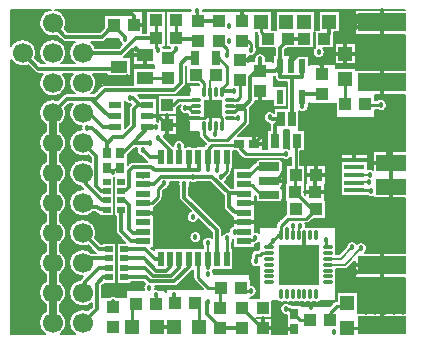
<source format=gtl>
G04 DipTrace Beta 2.3.5.2*
%INBankWank.GTL*%
%MOIN*%
%ADD13C,0.01*%
%ADD14C,0.012*%
%ADD15C,0.008*%
%ADD16C,0.025*%
%ADD17C,0.0118*%
%ADD19C,0.013*%
%ADD20C,0.006*%
%ADD29R,0.0669X0.0669*%
%ADD30C,0.0669*%
%ADD32R,0.0433X0.0394*%
%ADD34R,0.0394X0.0433*%
%ADD35R,0.0315X0.0472*%
%ADD36R,0.0472X0.0472*%
%ADD37R,0.025X0.05*%
%ADD38R,0.0217X0.0472*%
%ADD39R,0.0276X0.0354*%
%ADD40R,0.0354X0.0276*%
%ADD41R,0.16X0.06*%
%ADD43O,0.0118X0.0335*%
%ADD44O,0.0335X0.0118*%
%ADD47R,0.0433X0.0236*%
%ADD51R,0.05X0.022*%
%ADD52R,0.022X0.05*%
%ADD53R,0.0256X0.0197*%
%ADD54R,0.0591X0.0591*%
%ADD55R,0.0551X0.0394*%
%ADD56R,0.1378X0.1378*%
%ADD57R,0.0984X0.0561*%
%ADD58R,0.0689X0.0157*%
%ADD59C,0.018*%
%FSLAX44Y44*%
G04*
G70*
G90*
G75*
G01*
%LNTop*%
%LPD*%
X6982Y6202D2*
D13*
Y6492D1*
X7110Y6620D1*
X7988D1*
X8018Y6650D1*
X6990Y5830D2*
D14*
X6982Y5822D1*
Y6202D1*
X8018Y6650D2*
D13*
Y6542D1*
X8250Y6310D1*
X9570D1*
X9580Y6320D1*
X3841Y10610D2*
D14*
X3451Y10220D1*
X2240D1*
X1812Y10648D1*
Y10687D1*
X6580Y7726D2*
D13*
X6464D1*
X6355Y7835D1*
X6443Y7923D1*
X6580D1*
X3841Y10610D2*
D14*
X3671Y10440D1*
X3990D1*
X4230Y10200D1*
Y10150D1*
X6240Y7835D2*
X6355D1*
X5660Y9530D2*
D13*
Y9550D1*
X5940Y9830D1*
X6030Y6580D2*
Y6210D1*
X6038Y6202D1*
X4102Y4765D2*
D14*
X4205D1*
X4365Y4605D1*
Y3815D1*
X4490Y3690D1*
X4785D1*
X4820Y3725D1*
X4102Y4450D2*
Y3738D1*
X4440Y3400D1*
X4810D1*
X4820Y3410D1*
X4192Y3150D2*
X4890D1*
X5230Y2810D1*
X5395D1*
X5408Y2822D1*
X4192Y2835D2*
X4845D1*
X5260Y2420D1*
X5590D1*
X5730Y2560D1*
Y2815D1*
X5723Y2822D1*
X10994Y2823D2*
D15*
X11413D1*
X11795Y3205D1*
X6990Y3360D2*
X6982Y3368D1*
Y2822D1*
Y2550D2*
D13*
Y2822D1*
X7612D2*
Y3482D1*
X7640Y3510D1*
X8200Y3725D2*
X7875D1*
X10994Y3216D2*
X10938Y3272D1*
Y3438D1*
X8410Y1760D2*
X8240D1*
X8160Y1840D1*
X8080D1*
X812Y687D2*
D16*
Y1687D1*
Y2687D1*
Y3687D1*
Y4687D1*
Y5687D1*
Y6687D1*
Y7687D1*
Y8687D1*
X6580Y7529D2*
D13*
X6856D1*
X7151Y7825D1*
X7052Y7254D2*
Y7726D1*
X7151Y7825D1*
X7446Y7254D2*
Y7529D1*
X7151Y7825D1*
X7052Y8396D2*
Y7923D1*
X7151Y7825D1*
X10800Y8979D2*
D14*
Y9250D1*
X10430Y9620D1*
X9980D1*
X9770Y9410D1*
Y9254D1*
X9766Y9250D1*
X13093Y5225D2*
Y4652D1*
X12983Y4542D1*
X13093Y6005D2*
Y5225D1*
X12983Y6688D2*
Y6115D1*
X13093Y6005D1*
X11790Y6570D2*
X12865D1*
X12983Y6688D1*
X11871Y6127D2*
Y6489D1*
X11790Y6570D1*
Y4661D2*
X12865D1*
X12983Y4542D1*
X10206Y3610D2*
D17*
Y3383D1*
D14*
Y2823D1*
X10009Y2626D1*
X12800Y2600D2*
Y4360D1*
X12983Y4542D1*
X8820Y511D2*
X8799D1*
X8120Y1189D1*
X5300Y540D2*
X5430D1*
X5720D1*
X5870D1*
X4950Y7574D2*
X5336D1*
X5640Y7270D1*
X8730Y8421D2*
Y6850D1*
X8530Y6650D1*
X8200Y4670D2*
X8520D1*
X8720Y4470D1*
Y4290D1*
Y4190D1*
X8570Y4040D1*
X8200D1*
X10569Y5040D2*
Y5620D1*
X10579Y5630D1*
X9030Y5422D2*
X9262D1*
X9520Y5680D1*
X5430Y530D2*
Y540D1*
X5720Y530D2*
Y540D1*
X4510Y10610D2*
Y10920D1*
X4460Y10970D1*
X3920D1*
X3870Y11020D1*
X2812Y10687D2*
X3037D1*
X3320Y10970D1*
X3820D1*
X3870Y11020D1*
X4820Y4355D2*
X5125D1*
X5840Y3640D1*
X3610Y5848D2*
D15*
X3692D1*
X3820Y5720D1*
X4060Y5850D2*
X3950D1*
X3820Y5720D1*
X4600Y9830D2*
X4660D1*
X4886Y9604D1*
X11940Y10540D2*
X12076D1*
X12236Y10700D1*
X12800D1*
X11960Y10890D2*
X12610D1*
X12800Y10700D1*
Y8700D2*
Y8350D1*
X13090Y8060D1*
X7052Y8396D2*
Y8732D1*
X7270Y8950D1*
Y8960D1*
X8330Y9460D2*
X8071D1*
X8050Y9439D1*
X9830Y2630D2*
X9940D1*
X10420Y2150D1*
X9780Y9390D2*
D14*
X9770Y9410D1*
X6580Y7529D2*
D15*
Y7530D1*
X6310D1*
X6270Y7490D1*
X6220D1*
X8810Y4300D2*
D14*
X8720Y4290D1*
X11940Y10540D2*
D13*
X12119D1*
D15*
X12076D1*
X11640Y523D2*
D13*
X12723D1*
X12800Y600D1*
X10420Y2150D2*
Y2215D1*
X10009Y2626D1*
X1812Y7687D2*
D16*
Y6687D1*
Y5687D1*
Y4687D1*
Y3687D1*
Y2687D1*
Y1687D1*
Y687D1*
X3887Y7574D2*
D14*
X3676D1*
X3090Y8160D1*
X2285D1*
X1812Y7687D1*
X3090Y8160D2*
X3260D1*
X3550Y8450D1*
X5850D1*
X6090Y8690D1*
Y9320D1*
X6270Y9500D1*
X6551D1*
X7722Y7923D2*
D13*
X7970D1*
Y7830D1*
X7866Y7726D1*
X7722D1*
X9659Y10150D2*
D14*
X10201D1*
X8730Y9090D2*
X9232D1*
X9392Y9250D1*
Y8890D1*
X9787D1*
X10130D1*
Y9240D1*
X10140Y9250D1*
X9659Y10150D2*
Y10119D1*
X9392Y9852D1*
Y9250D1*
X8730Y9090D2*
X8620D1*
X8400Y8870D1*
Y8100D1*
X8223Y7923D1*
X7970D1*
X6856Y7254D2*
D13*
Y6944D1*
X7020Y6780D1*
X7630D1*
X8230Y7380D1*
Y7830D1*
X7970D1*
X9787Y8890D2*
D14*
X9790Y7470D1*
X8730Y9470D2*
Y9090D1*
X9600Y1150D2*
D13*
X9690D1*
X9860Y980D1*
X10055Y785D1*
X10375D1*
X4810Y6450D2*
D14*
X5058Y6202D1*
X5408D1*
X5338Y6847D2*
D13*
X5760Y6425D1*
Y6240D1*
X5723Y6202D1*
X10800Y8310D2*
D14*
X10224D1*
X10140Y8226D1*
X8120Y520D2*
X7400Y521D1*
X6480Y5550D2*
X5420D1*
X5200Y5330D1*
X4790D1*
X4820Y5300D1*
X6480Y5550D2*
X7138D1*
X7688Y5000D1*
X8215D1*
X8200Y4985D1*
X7688Y5000D2*
Y4562D1*
X7875Y4375D1*
X8220D1*
X8200Y4355D1*
X7400Y521D2*
Y550D1*
X6970Y980D1*
Y1380D1*
X6980Y1370D1*
X8200Y4985D2*
X8250D1*
X10140Y7910D2*
Y8226D1*
X7400Y1190D2*
D13*
Y1829D1*
X7411Y1840D1*
X6667Y2822D2*
Y2183D1*
X7000Y1850D1*
X7401D1*
X3700Y2205D2*
D14*
X3495D1*
X3280Y1990D1*
Y1155D1*
X2812Y687D1*
X812Y9687D2*
X1340Y9160D1*
X3950D1*
X4020Y9230D1*
X4390Y8180D2*
X4500D1*
X4732Y7948D1*
X4950D1*
X4732D2*
X4648D1*
X4530Y7830D1*
Y7260D1*
X4150Y6880D1*
X3830D1*
X3610Y6660D1*
Y6360D1*
X2970Y7190D2*
X3120D1*
X3610Y6700D1*
Y6360D1*
X7722Y8120D2*
D13*
X7960D1*
X8060Y8220D1*
Y8760D1*
X8050Y8770D1*
X3880Y7960D2*
D19*
X3892Y7948D1*
X8410Y9790D2*
D13*
Y9990D1*
X8310Y10090D1*
X8130D1*
X11871Y5615D2*
D15*
X12395D1*
X10050Y3915D2*
X10009D1*
Y3610D1*
X3700Y2520D2*
D14*
X3360D1*
X2880Y2040D1*
Y1755D1*
X2812Y1687D1*
X4886Y8856D2*
D13*
X5655D1*
X5660Y8861D1*
X9025Y3216D2*
X8936D1*
X9150Y3430D1*
X12415Y5093D2*
Y5103D1*
X11871D1*
X9419Y3610D2*
X9330D1*
X9150Y3430D1*
X9900Y5040D2*
X10470Y4470D1*
X10580D1*
X10270Y4160D1*
X9660D1*
X9419Y3919D1*
Y3610D1*
X9910Y5630D2*
X9900Y5620D1*
Y5040D1*
X9949Y6760D2*
X9910Y6721D1*
Y5630D1*
X6856Y8396D2*
Y8694D1*
X6600Y8950D1*
X6650Y10759D2*
D14*
X7350Y10760D1*
X6610Y11090D2*
D13*
Y10799D1*
X6650Y10759D1*
X7297Y6202D2*
X7300Y6200D1*
Y5770D1*
X5250Y1610D2*
Y1330D1*
X7612Y6202D2*
Y5732D1*
X7440Y5560D1*
X5860Y1610D2*
Y1340D1*
X5900D1*
X6569D2*
X6697Y1213D1*
Y540D1*
X4581Y1330D2*
X4473Y1223D1*
Y540D1*
X3700Y2835D2*
D14*
X2960D1*
X2812Y2687D1*
X3700Y3150D2*
X3350D1*
X2812Y3687D1*
X3610Y4450D2*
Y4470D1*
X3380D1*
X3290Y4560D1*
X2940D1*
X2812Y4687D1*
X4820Y4670D2*
D13*
Y4690D1*
X5127D1*
X5312Y4875D1*
Y5142D1*
X5520Y5350D1*
X3830Y1380D2*
Y1210D1*
X3810Y1230D1*
X3610Y4765D2*
D14*
X3445D1*
X2910Y5300D1*
Y5590D1*
X2812Y5687D1*
X3610Y5080D2*
X3430D1*
X3260Y5250D1*
Y6240D1*
X2812Y6687D1*
X8200Y5300D2*
D13*
X8230Y5270D1*
X8450D1*
X8770Y4950D1*
X9030D1*
X8200Y5615D2*
X8365D1*
X8645Y5895D1*
X9030D1*
X5920Y10770D2*
X5919Y10769D1*
Y10190D1*
X6650Y10090D2*
D14*
X6590Y10150D1*
X5919D1*
Y10190D1*
X6580Y8120D2*
D13*
X5990D1*
X5809Y7939D1*
X5640D1*
X8773Y10720D2*
Y10367D1*
X8990Y10150D1*
X9600Y10720D2*
X9760D1*
X7240Y6985D2*
Y7263D1*
X7249Y7254D1*
X10200Y10720D2*
X10080D1*
X7990Y7520D2*
X7731D1*
X7722Y7529D1*
X11871Y5359D2*
D15*
Y5365D1*
X12370D1*
X9813Y3925D2*
Y3610D1*
X11027Y10720D2*
D14*
Y10307D1*
X10870Y10150D1*
X9616Y3610D2*
D13*
Y3774D1*
X8830Y1140D2*
Y1170D1*
X8820Y1180D1*
X9025Y3019D2*
X8779D1*
X8720Y2960D1*
X8600D1*
Y2750D1*
X8590Y2740D1*
X9790Y4510D2*
X9951D1*
X9911Y4470D1*
X12750Y7950D2*
X12280D1*
X12240Y7990D1*
X11571D2*
Y8829D1*
X11570Y8830D1*
X11045Y785D2*
Y1025D1*
X11280Y1260D1*
X11550D1*
X11640Y1350D1*
X6353Y6202D2*
D14*
Y5780D1*
X6680D1*
Y6190D1*
X6667Y6202D1*
X6353Y5780D2*
X5210D1*
X5100Y5890D1*
X4490D1*
X4350Y5750D1*
Y5215D1*
X4255Y5120D1*
X4130D1*
Y5108D1*
X4102Y5080D1*
X8200Y3410D2*
D13*
Y3440D1*
X8480D1*
X8560Y3520D1*
X7640Y9610D2*
Y9801D1*
X7350Y10091D1*
X5251Y10770D2*
X5250Y10190D1*
D14*
X5240Y10180D1*
X4580D1*
X4087Y9687D1*
X2812D1*
X5250Y10190D2*
D13*
Y9860D1*
X5325Y9785D1*
X2812Y7687D2*
D14*
Y7888D1*
X3500Y7200D1*
X3887D1*
X4830Y5590D2*
D13*
X4820Y5600D1*
Y5615D1*
X4192Y2205D2*
D14*
X4925D1*
X5060Y2070D1*
X5870D1*
X6360Y2560D1*
Y2815D1*
X6353Y2822D1*
X4192Y2520D2*
X4890D1*
X5160Y2250D1*
X5750D1*
X6030Y2530D1*
Y2815D1*
X6038Y2822D1*
X4950Y7200D2*
X5270D1*
X4950D2*
X4996D1*
X4560Y6764D1*
X4157Y6362D1*
X4060D1*
X7297Y2822D2*
Y3200D1*
Y3765D1*
X6200Y4863D1*
Y5310D1*
X5062Y6688D2*
X4560D1*
Y6764D1*
X10994Y2626D2*
D15*
X10998Y2630D1*
X11550D1*
X12090Y3170D1*
X7280Y3188D2*
Y3200D1*
X7297D1*
X7446Y8396D2*
D13*
Y8486D1*
X7630Y8670D1*
Y9220D1*
X7350Y9500D1*
X7260D1*
X9240Y6760D2*
D14*
Y7274D1*
X9436Y7470D1*
X9120D1*
X9050Y7540D1*
X7860Y8410D2*
X7461D1*
X7446Y8396D1*
D59*
X6990Y5830D3*
X9580Y6320D3*
X4230Y10150D3*
X6240Y7835D3*
X5940Y9830D3*
X6030Y6580D3*
X11795Y3205D3*
X6990Y3360D3*
X5040Y1860D3*
X6982Y2550D3*
X7640Y3510D3*
X7700Y10590D3*
X7875Y3725D3*
X10938Y3438D3*
X8410Y1760D3*
X8730Y9470D3*
X9600Y1150D3*
X4810Y6450D3*
X5338Y6847D3*
X6480Y4220D3*
Y5550D3*
D3*
X6980Y1370D3*
Y2300D3*
X8250Y4985D3*
X10140Y7910D3*
X4390Y8180D3*
X2970Y7190D3*
X3880Y7960D3*
X8410Y9790D3*
X12395Y5615D3*
X10050Y3915D3*
X9150Y3430D3*
X12415Y5093D3*
X10676Y9706D3*
X6610Y11090D3*
X7300Y5770D3*
X5250Y1610D3*
X7440Y5560D3*
X5860Y1610D3*
X5520Y5350D3*
X3830Y1380D3*
X9760Y10720D3*
X7240Y6985D3*
X10080Y10720D3*
X7990Y7520D3*
X12370Y5365D3*
X9813Y3925D3*
X9616Y3774D3*
X8830Y1140D3*
X8590Y2740D3*
X9790Y4510D3*
X6570Y3540D3*
X12750Y7950D3*
X8560Y3520D3*
X7640Y9610D3*
X5325Y9785D3*
X7690Y10070D3*
X4830Y5590D3*
X5270Y7200D3*
X6200Y5310D3*
X5062Y6688D3*
X12090Y3170D3*
X7280Y3188D3*
X9050Y7540D3*
X7860Y8410D3*
X10640Y5650D3*
X9520Y5680D3*
X5430Y530D3*
X5720D3*
X1320Y8240D3*
X1310Y7190D3*
Y6200D3*
Y5180D3*
Y4180D3*
Y3190D3*
Y2150D3*
Y390D3*
X12150Y7410D3*
X12820D3*
X13385Y7405D3*
X12020Y3800D3*
X12740Y3780D3*
X13490Y3810D3*
X3870Y11020D3*
X3820Y440D3*
X9260Y410D3*
X9510D3*
X9390Y990D3*
X11190Y380D3*
X5840Y3640D3*
X10690Y9370D3*
X11030Y9670D3*
X3820Y5720D3*
X8960Y7960D3*
X8490Y7130D3*
X6460Y6830D3*
X4600Y9830D3*
X11960Y10890D3*
X11940Y10540D3*
X13090Y8060D3*
X13460Y8040D3*
X9830Y2630D3*
X10420Y2150D3*
X9410Y2210D3*
X7380Y4810D3*
X6730Y3780D3*
X8190Y10880D3*
X8330Y9460D3*
X2310Y7210D3*
X4305Y8890D3*
X3790Y3700D3*
X13500Y2062D3*
X13188D3*
X12875D3*
X12563D3*
X12250D3*
X13500Y1063D3*
X13188D3*
X12875D3*
X12563D3*
X12250D3*
X13437Y10188D3*
X13125D3*
X12812D3*
X12500D3*
X12187D3*
X13437Y9188D3*
X13125D3*
X12812D3*
X12500D3*
X12187D3*
X11938Y2375D3*
X11320Y3940D3*
X10670Y6800D3*
X10285Y6790D3*
X8950Y4010D3*
X3810Y1900D3*
X2540Y6200D3*
X2550Y5200D3*
X2560Y4180D3*
X2550Y3190D3*
X2320Y1320D3*
X8070Y6190D3*
X510Y8220D3*
X500Y7170D3*
X520Y6180D3*
Y5170D3*
X490Y4170D3*
X510Y3180D3*
X500Y2200D3*
X540Y1170D3*
X490Y9230D3*
X2280Y9400D3*
X4280Y7880D3*
Y7480D3*
X6370Y8460D3*
X9780Y9390D3*
X9210Y10990D3*
X10650Y10770D3*
X6550Y1890D3*
X7960Y2770D3*
X5850Y5210D3*
X10440Y1210D3*
X6220Y7490D3*
X7270Y8950D3*
X8810Y4300D3*
X436Y11071D2*
D20*
X1578D1*
X2047D2*
X3560D1*
X4790D2*
X4916D1*
X8566D2*
X11882D1*
X436Y11013D2*
X1500D1*
X2125D2*
X3511D1*
X4840D2*
X4916D1*
X9128D2*
X9245D1*
X10555D2*
X10672D1*
X11381D2*
X11882D1*
X436Y10954D2*
X1447D1*
X2177D2*
X3510D1*
X4841D2*
X4916D1*
X9128D2*
X9245D1*
X10555D2*
X10672D1*
X11381D2*
X11882D1*
X436Y10895D2*
X1411D1*
X2214D2*
X3506D1*
X4845D2*
X4916D1*
X9128D2*
X9245D1*
X10555D2*
X10672D1*
X11381D2*
X11882D1*
X436Y10837D2*
X1385D1*
X2240D2*
X3506D1*
X4845D2*
X4916D1*
X9128D2*
X9245D1*
X10555D2*
X10672D1*
X11381D2*
X11882D1*
X436Y10778D2*
X1369D1*
X2256D2*
X3506D1*
X4845D2*
X4916D1*
X9128D2*
X9245D1*
X10555D2*
X10672D1*
X11381D2*
X11882D1*
X436Y10719D2*
X1361D1*
X2265D2*
X3506D1*
X4845D2*
X4916D1*
X9128D2*
X9245D1*
X10555D2*
X10672D1*
X11381D2*
X11882D1*
X436Y10660D2*
X1360D1*
X2265D2*
X3506D1*
X4845D2*
X4916D1*
X9128D2*
X9245D1*
X10555D2*
X10672D1*
X11381D2*
X11882D1*
X436Y10602D2*
X1368D1*
X2257D2*
X3506D1*
X4845D2*
X4916D1*
X9128D2*
X9245D1*
X10555D2*
X10672D1*
X11381D2*
X11882D1*
X436Y10543D2*
X1384D1*
X2241D2*
X3506D1*
X4845D2*
X4916D1*
X9128D2*
X9245D1*
X10555D2*
X10672D1*
X11381D2*
X11882D1*
X436Y10484D2*
X1408D1*
X2225D2*
X3466D1*
X4845D2*
X4915D1*
X9128D2*
X9245D1*
X10555D2*
X10672D1*
X11381D2*
X11882D1*
X436Y10426D2*
X1444D1*
X2284D2*
X3407D1*
X4845D2*
X4915D1*
X11381D2*
X11882D1*
X436Y10367D2*
X1495D1*
X4845D2*
X4915D1*
X11205D2*
X11882D1*
X436Y10308D2*
X1570D1*
X11205D2*
X11882D1*
X436Y10250D2*
X1716D1*
X1908D2*
X1961D1*
X8603D2*
X8655D1*
X11205D2*
X13544D1*
X436Y10191D2*
X2019D1*
X8603D2*
X8655D1*
X11205D2*
X13544D1*
X436Y10132D2*
X763D1*
X862D2*
X1763D1*
X1861D2*
X2078D1*
X3613D2*
X4023D1*
X8603D2*
X8655D1*
X11205D2*
X13544D1*
X436Y10074D2*
X581D1*
X1044D2*
X1581D1*
X2043D2*
X2143D1*
X3547D2*
X4037D1*
X8603D2*
X8655D1*
X11205D2*
X13544D1*
X436Y10015D2*
X502D1*
X1123D2*
X1503D1*
X2123D2*
X2502D1*
X3122D2*
X4073D1*
X8603D2*
X8655D1*
X11205D2*
X13544D1*
X1175Y9956D2*
X1449D1*
X2176D2*
X2449D1*
X3176D2*
X4107D1*
X8603D2*
X8655D1*
X11925D2*
X13544D1*
X1213Y9898D2*
X1412D1*
X2213D2*
X2412D1*
X3213D2*
X4048D1*
X8603D2*
X8655D1*
X11925D2*
X13544D1*
X1239Y9839D2*
X1386D1*
X2239D2*
X2386D1*
X8612D2*
X9214D1*
X9629D2*
X10518D1*
X10834D2*
X11215D1*
X11925D2*
X13544D1*
X1256Y9780D2*
X1369D1*
X2256D2*
X2369D1*
X4430D2*
X4492D1*
X8618D2*
X9214D1*
X9571D2*
X10482D1*
X10870D2*
X11215D1*
X11925D2*
X13544D1*
X1264Y9721D2*
X1361D1*
X2264D2*
X2360D1*
X4371D2*
X4492D1*
X8607D2*
X9214D1*
X9571D2*
X10468D1*
X10883D2*
X11215D1*
X11925D2*
X13544D1*
X1264Y9663D2*
X1360D1*
X2265D2*
X2360D1*
X4312D2*
X4492D1*
X8573D2*
X8663D1*
X8797D2*
X9214D1*
X9571D2*
X10472D1*
X10879D2*
X11215D1*
X11925D2*
X13544D1*
X1258Y9604D2*
X1368D1*
X2257D2*
X2367D1*
X4254D2*
X4492D1*
X8496D2*
X8572D1*
X8887D2*
X9214D1*
X9571D2*
X10495D1*
X10857D2*
X11215D1*
X11925D2*
X13544D1*
X1242Y9545D2*
X1383D1*
X2242D2*
X2383D1*
X4191D2*
X4492D1*
X8365D2*
X8537D1*
X8924D2*
X9166D1*
X10366D2*
X10547D1*
X10805D2*
X11215D1*
X11925D2*
X13544D1*
X1262Y9487D2*
X1407D1*
X2218D2*
X2407D1*
X4414D2*
X4492D1*
X8365D2*
X8523D1*
X8938D2*
X9166D1*
X10366D2*
X11215D1*
X11925D2*
X13544D1*
X1321Y9428D2*
X1443D1*
X2182D2*
X2443D1*
X4414D2*
X4492D1*
X8365D2*
X8526D1*
X8934D2*
X9166D1*
X10366D2*
X11215D1*
X11925D2*
X13544D1*
X436Y9369D2*
X493D1*
X1381D2*
X1492D1*
X2132D2*
X2493D1*
X4414D2*
X4492D1*
X10366D2*
X11215D1*
X11925D2*
X13544D1*
X436Y9311D2*
X566D1*
X4414D2*
X4492D1*
X10366D2*
X11215D1*
X11925D2*
X13544D1*
X436Y9252D2*
X706D1*
X919D2*
X998D1*
X4414D2*
X5187D1*
X11268D2*
X13544D1*
X436Y9193D2*
X1057D1*
X4414D2*
X5187D1*
X11273D2*
X13544D1*
X436Y9135D2*
X1115D1*
X4414D2*
X4492D1*
X11925D2*
X13544D1*
X436Y9076D2*
X1174D1*
X4414D2*
X4492D1*
X436Y9017D2*
X1237D1*
X4414D2*
X4492D1*
X436Y8959D2*
X1451D1*
X2174D2*
X2451D1*
X3174D2*
X3626D1*
X4414D2*
X4492D1*
X436Y8900D2*
X1414D1*
X2212D2*
X2413D1*
X3211D2*
X4492D1*
X436Y8841D2*
X1387D1*
X2238D2*
X2387D1*
X3238D2*
X4492D1*
X436Y8782D2*
X1369D1*
X2255D2*
X2370D1*
X3256D2*
X4492D1*
X9203D2*
X9251D1*
X436Y8724D2*
X1361D1*
X2264D2*
X2361D1*
X3264D2*
X4492D1*
X9203D2*
X9341D1*
X436Y8665D2*
X1360D1*
X2265D2*
X2360D1*
X3265D2*
X4492D1*
X9203D2*
X9609D1*
X436Y8606D2*
X1367D1*
X2258D2*
X2367D1*
X3258D2*
X3472D1*
X6247D2*
X6364D1*
X9203D2*
X9609D1*
X436Y8548D2*
X1382D1*
X2243D2*
X2382D1*
X3243D2*
X3398D1*
X6197D2*
X6364D1*
X436Y8489D2*
X1406D1*
X2219D2*
X2406D1*
X3219D2*
X3339D1*
X6138D2*
X6364D1*
X436Y8430D2*
X1441D1*
X2184D2*
X2441D1*
X3184D2*
X3281D1*
X6080D2*
X6364D1*
X436Y8372D2*
X1490D1*
X2134D2*
X2491D1*
X3135D2*
X3222D1*
X6021D2*
X6364D1*
X436Y8313D2*
X1563D1*
X2062D2*
X2200D1*
X5960D2*
X6364D1*
X436Y8254D2*
X1697D1*
X1928D2*
X2130D1*
X4675D2*
X5325D1*
X12575D2*
X13544D1*
X436Y8196D2*
X2071D1*
X4734D2*
X5325D1*
X12575D2*
X13544D1*
X436Y8137D2*
X2013D1*
X5285D2*
X5325D1*
X12575D2*
X12666D1*
X12833D2*
X13544D1*
X436Y8078D2*
X1590D1*
X5285D2*
X5325D1*
X8577D2*
X9166D1*
X12913D2*
X13544D1*
X436Y8020D2*
X1507D1*
X4222D2*
X4261D1*
X5285D2*
X5325D1*
X8558D2*
X9166D1*
X12946D2*
X13544D1*
X436Y7961D2*
X1453D1*
X2336D2*
X2453D1*
X4222D2*
X4412D1*
X5285D2*
X5325D1*
X8510D2*
X9166D1*
X10366D2*
X11236D1*
X12958D2*
X13544D1*
X436Y7902D2*
X1414D1*
X2277D2*
X2415D1*
X4222D2*
X4368D1*
X5285D2*
X5325D1*
X6008D2*
X6043D1*
X8452D2*
X9166D1*
X10366D2*
X11236D1*
X12952D2*
X13544D1*
X436Y7843D2*
X1387D1*
X2237D2*
X2388D1*
X4222D2*
X4353D1*
X5285D2*
X5325D1*
X5956D2*
X6032D1*
X8398D2*
X9611D1*
X10337D2*
X11236D1*
X12928D2*
X13544D1*
X436Y7785D2*
X1370D1*
X2254D2*
X2371D1*
X4222D2*
X4352D1*
X5285D2*
X5325D1*
X5956D2*
X6038D1*
X8399D2*
X9192D1*
X10305D2*
X11236D1*
X12575D2*
X12627D1*
X12872D2*
X13544D1*
X436Y7726D2*
X1361D1*
X2264D2*
X2361D1*
X4222D2*
X4352D1*
X5285D2*
X5325D1*
X5956D2*
X6064D1*
X8399D2*
X8965D1*
X9136D2*
X9192D1*
X10231D2*
X11236D1*
X12575D2*
X13544D1*
X436Y7667D2*
X1360D1*
X2265D2*
X2360D1*
X4222D2*
X4352D1*
X5285D2*
X5325D1*
X5956D2*
X6121D1*
X8399D2*
X8887D1*
X10034D2*
X11239D1*
X12571D2*
X13544D1*
X436Y7609D2*
X1367D1*
X2258D2*
X2367D1*
X4222D2*
X4352D1*
X5285D2*
X6314D1*
X8399D2*
X8854D1*
X10034D2*
X11239D1*
X12571D2*
X13544D1*
X436Y7550D2*
X1382D1*
X2244D2*
X2381D1*
X4222D2*
X4352D1*
X5285D2*
X5325D1*
X5956D2*
X6296D1*
X8399D2*
X8842D1*
X10034D2*
X11260D1*
X12551D2*
X13544D1*
X436Y7491D2*
X1405D1*
X2221D2*
X2404D1*
X4222D2*
X4352D1*
X5285D2*
X5325D1*
X5956D2*
X6299D1*
X8399D2*
X8848D1*
X10034D2*
X13544D1*
X436Y7433D2*
X1440D1*
X2186D2*
X2439D1*
X4222D2*
X4352D1*
X5285D2*
X5325D1*
X5956D2*
X6324D1*
X8399D2*
X8872D1*
X10034D2*
X13544D1*
X436Y7374D2*
X1488D1*
X2137D2*
X2488D1*
X4222D2*
X4352D1*
X5956D2*
X6364D1*
X8398D2*
X8929D1*
X10034D2*
X13544D1*
X436Y7315D2*
X1559D1*
X2066D2*
X2559D1*
X4222D2*
X4336D1*
X5956D2*
X6364D1*
X8385D2*
X9038D1*
X10034D2*
X13544D1*
X436Y7257D2*
X1569D1*
X2056D2*
X2688D1*
X4222D2*
X4277D1*
X5956D2*
X6364D1*
X8342D2*
X9062D1*
X10034D2*
X13544D1*
X436Y7198D2*
X1569D1*
X2056D2*
X2762D1*
X5956D2*
X6364D1*
X8283D2*
X9062D1*
X10034D2*
X13544D1*
X436Y7139D2*
X1569D1*
X2056D2*
X2768D1*
X5956D2*
X6364D1*
X8224D2*
X9062D1*
X10034D2*
X13544D1*
X436Y7081D2*
X1569D1*
X2056D2*
X2594D1*
X5956D2*
X6364D1*
X8166D2*
X8964D1*
X9516D2*
X9673D1*
X10224D2*
X13544D1*
X436Y7022D2*
X1510D1*
X2115D2*
X2510D1*
X5956D2*
X6687D1*
X8107D2*
X8964D1*
X9516D2*
X9673D1*
X10224D2*
X13544D1*
X436Y6963D2*
X1455D1*
X2170D2*
X2455D1*
X5956D2*
X6687D1*
X8049D2*
X8964D1*
X9516D2*
X9673D1*
X10224D2*
X13544D1*
X436Y6904D2*
X1415D1*
X2209D2*
X2416D1*
X5537D2*
X6693D1*
X7990D2*
X8964D1*
X9516D2*
X9673D1*
X10224D2*
X13544D1*
X436Y6846D2*
X1388D1*
X2236D2*
X2389D1*
X5575D2*
X6721D1*
X8825D2*
X8964D1*
X9516D2*
X9673D1*
X10224D2*
X13544D1*
X436Y6787D2*
X1370D1*
X2254D2*
X2371D1*
X5633D2*
X6777D1*
X8825D2*
X8964D1*
X9516D2*
X9673D1*
X10224D2*
X13544D1*
X436Y6728D2*
X1361D1*
X2264D2*
X2361D1*
X5692D2*
X5886D1*
X6173D2*
X6836D1*
X8825D2*
X8964D1*
X9516D2*
X9673D1*
X10224D2*
X13544D1*
X436Y6670D2*
X1360D1*
X2265D2*
X2359D1*
X5751D2*
X5842D1*
X6217D2*
X6895D1*
X8825D2*
X8964D1*
X9516D2*
X9673D1*
X10224D2*
X13544D1*
X436Y6611D2*
X1366D1*
X2259D2*
X2366D1*
X6236D2*
X6866D1*
X8825D2*
X8964D1*
X9516D2*
X9673D1*
X10224D2*
X13544D1*
X436Y6552D2*
X1381D1*
X2245D2*
X2380D1*
X8825D2*
X8964D1*
X9516D2*
X9673D1*
X10224D2*
X13544D1*
X436Y6494D2*
X1404D1*
X2221D2*
X2404D1*
X4539D2*
X4607D1*
X8825D2*
X8964D1*
X10224D2*
X13544D1*
X436Y6435D2*
X1438D1*
X2187D2*
X2437D1*
X4480D2*
X4602D1*
X10224D2*
X13544D1*
X436Y6376D2*
X1486D1*
X2139D2*
X2486D1*
X4422D2*
X4616D1*
X7841D2*
X7948D1*
X10079D2*
X12483D1*
X436Y6318D2*
X1556D1*
X2070D2*
X2555D1*
X4363D2*
X4651D1*
X7841D2*
X8007D1*
X10079D2*
X11408D1*
X12333D2*
X12483D1*
X436Y6259D2*
X1569D1*
X2056D2*
X2680D1*
X2945D2*
X2991D1*
X4316D2*
X4738D1*
X7841D2*
X8066D1*
X10079D2*
X11408D1*
X12333D2*
X12483D1*
X436Y6200D2*
X1569D1*
X2056D2*
X3050D1*
X4316D2*
X4810D1*
X7841D2*
X8124D1*
X10079D2*
X11408D1*
X12333D2*
X12483D1*
X436Y6142D2*
X1569D1*
X2056D2*
X3081D1*
X4316D2*
X4869D1*
X7841D2*
X8662D1*
X9398D2*
X9479D1*
X9681D2*
X9741D1*
X10079D2*
X11408D1*
X12333D2*
X12483D1*
X436Y6083D2*
X1569D1*
X2056D2*
X2599D1*
X3027D2*
X3081D1*
X4316D2*
X4927D1*
X7841D2*
X8589D1*
X9471D2*
X9741D1*
X10079D2*
X11408D1*
X12333D2*
X12483D1*
X436Y6024D2*
X1513D1*
X2113D2*
X2512D1*
X4316D2*
X4376D1*
X7841D2*
X8540D1*
X9483D2*
X9741D1*
X10079D2*
X11408D1*
X12333D2*
X12483D1*
X436Y5965D2*
X1457D1*
X2168D2*
X2457D1*
X7841D2*
X8480D1*
X9483D2*
X9741D1*
X10079D2*
X11408D1*
X12333D2*
X12483D1*
X436Y5907D2*
X1417D1*
X2208D2*
X2417D1*
X7841D2*
X8421D1*
X9483D2*
X9575D1*
X10914D2*
X11408D1*
X12333D2*
X12483D1*
X436Y5848D2*
X1389D1*
X2236D2*
X2389D1*
X7841D2*
X8362D1*
X9483D2*
X9575D1*
X10914D2*
X11408D1*
X12333D2*
X12483D1*
X436Y5789D2*
X1371D1*
X2253D2*
X2372D1*
X7781D2*
X7832D1*
X9483D2*
X9575D1*
X10914D2*
X11408D1*
X436Y5731D2*
X1362D1*
X2264D2*
X2361D1*
X7781D2*
X7832D1*
X9480D2*
X9575D1*
X10914D2*
X11408D1*
X436Y5672D2*
X1360D1*
X2266D2*
X2359D1*
X7769D2*
X7832D1*
X9444D2*
X9575D1*
X10914D2*
X11408D1*
X436Y5613D2*
X1366D1*
X2259D2*
X2366D1*
X7729D2*
X7832D1*
X9469D2*
X9575D1*
X10914D2*
X11408D1*
X436Y5555D2*
X1380D1*
X2245D2*
X2380D1*
X7670D2*
X7832D1*
X9483D2*
X9575D1*
X10914D2*
X11408D1*
X436Y5496D2*
X1402D1*
X2222D2*
X2403D1*
X7637D2*
X7832D1*
X9483D2*
X9575D1*
X10914D2*
X11408D1*
X436Y5437D2*
X1436D1*
X2189D2*
X2436D1*
X7606D2*
X7832D1*
X9483D2*
X9575D1*
X10914D2*
X11408D1*
X436Y5379D2*
X1484D1*
X2142D2*
X2483D1*
X7559D2*
X7832D1*
X9483D2*
X9575D1*
X10914D2*
X11408D1*
X436Y5320D2*
X1552D1*
X2072D2*
X2553D1*
X5726D2*
X5992D1*
X6408D2*
X7118D1*
X7617D2*
X7832D1*
X9483D2*
X9565D1*
X10904D2*
X11408D1*
X436Y5261D2*
X1569D1*
X2056D2*
X2673D1*
X5708D2*
X5998D1*
X6403D2*
X7176D1*
X7676D2*
X7832D1*
X9481D2*
X9565D1*
X10904D2*
X11408D1*
X436Y5203D2*
X1569D1*
X2056D2*
X2762D1*
X5665D2*
X6021D1*
X6378D2*
X7235D1*
X7735D2*
X7832D1*
X9447D2*
X9565D1*
X10904D2*
X11408D1*
X436Y5144D2*
X1569D1*
X2056D2*
X2817D1*
X5550D2*
X6021D1*
X6378D2*
X7294D1*
X9468D2*
X9565D1*
X10904D2*
X11408D1*
X436Y5085D2*
X1569D1*
X2056D2*
X2602D1*
X5491D2*
X6021D1*
X6378D2*
X7353D1*
X9483D2*
X9565D1*
X10904D2*
X11408D1*
X436Y5026D2*
X1516D1*
X2110D2*
X2515D1*
X5481D2*
X6021D1*
X6378D2*
X7412D1*
X9483D2*
X9565D1*
X10904D2*
X11408D1*
X436Y4968D2*
X1459D1*
X2166D2*
X2459D1*
X5481D2*
X6021D1*
X6378D2*
X7470D1*
X9483D2*
X9565D1*
X10904D2*
X11408D1*
X436Y4909D2*
X1418D1*
X2206D2*
X2419D1*
X5481D2*
X6021D1*
X6403D2*
X7509D1*
X9483D2*
X9565D1*
X10904D2*
X12326D1*
X436Y4850D2*
X1390D1*
X2235D2*
X2390D1*
X5479D2*
X6022D1*
X6462D2*
X7509D1*
X9483D2*
X9565D1*
X10904D2*
X12483D1*
X436Y4792D2*
X1372D1*
X2253D2*
X2372D1*
X5458D2*
X6037D1*
X6521D2*
X7509D1*
X9481D2*
X9565D1*
X10904D2*
X13544D1*
X436Y4733D2*
X1362D1*
X2263D2*
X2362D1*
X5406D2*
X6079D1*
X6579D2*
X7509D1*
X8568D2*
X8610D1*
X9451D2*
X9565D1*
X10915D2*
X13544D1*
X436Y4674D2*
X1360D1*
X2266D2*
X2359D1*
X5347D2*
X6139D1*
X6638D2*
X7509D1*
X8568D2*
X9576D1*
X10915D2*
X13544D1*
X436Y4616D2*
X1366D1*
X2260D2*
X2365D1*
X5289D2*
X6198D1*
X6696D2*
X7509D1*
X8568D2*
X9576D1*
X10915D2*
X13544D1*
X436Y4557D2*
X1379D1*
X2246D2*
X2379D1*
X5226D2*
X6256D1*
X6755D2*
X7509D1*
X8568D2*
X9576D1*
X10915D2*
X13544D1*
X436Y4498D2*
X1401D1*
X2223D2*
X2402D1*
X5189D2*
X6315D1*
X6814D2*
X7521D1*
X8568D2*
X9576D1*
X10915D2*
X13544D1*
X436Y4440D2*
X1435D1*
X2191D2*
X2434D1*
X5189D2*
X6373D1*
X6872D2*
X7561D1*
X8568D2*
X9576D1*
X10915D2*
X13544D1*
X436Y4381D2*
X1481D1*
X2144D2*
X2481D1*
X3144D2*
X3219D1*
X5189D2*
X6351D1*
X6931D2*
X7620D1*
X8568D2*
X9576D1*
X10915D2*
X13544D1*
X436Y4322D2*
X1549D1*
X2076D2*
X2549D1*
X3076D2*
X3286D1*
X5189D2*
X6300D1*
X6990D2*
X7678D1*
X8568D2*
X9576D1*
X10915D2*
X13544D1*
X436Y4264D2*
X1569D1*
X2056D2*
X2665D1*
X2960D2*
X3364D1*
X5189D2*
X6276D1*
X7049D2*
X7737D1*
X8568D2*
X9528D1*
X10915D2*
X13544D1*
X436Y4205D2*
X1569D1*
X2056D2*
X3924D1*
X5189D2*
X6273D1*
X7108D2*
X7832D1*
X8568D2*
X9469D1*
X10915D2*
X13544D1*
X436Y4146D2*
X1569D1*
X2056D2*
X3924D1*
X5189D2*
X6286D1*
X7166D2*
X7832D1*
X8568D2*
X9410D1*
X10492D2*
X13544D1*
X436Y4087D2*
X1569D1*
X2056D2*
X2607D1*
X3017D2*
X3924D1*
X5189D2*
X6321D1*
X6639D2*
X6725D1*
X7225D2*
X7832D1*
X8568D2*
X9352D1*
X10433D2*
X13544D1*
X436Y4029D2*
X1518D1*
X2107D2*
X2518D1*
X3107D2*
X3924D1*
X5189D2*
X6408D1*
X6552D2*
X6784D1*
X7283D2*
X7832D1*
X8568D2*
X9293D1*
X10371D2*
X13544D1*
X436Y3970D2*
X1460D1*
X2164D2*
X2461D1*
X3165D2*
X3924D1*
X5189D2*
X6843D1*
X7342D2*
X7832D1*
X8568D2*
X9259D1*
X10250D2*
X13544D1*
X436Y3911D2*
X1420D1*
X2206D2*
X2419D1*
X3205D2*
X3924D1*
X5189D2*
X6902D1*
X7401D2*
X7790D1*
X8568D2*
X9251D1*
X10259D2*
X13544D1*
X436Y3853D2*
X1391D1*
X2234D2*
X2391D1*
X3234D2*
X3924D1*
X5189D2*
X6960D1*
X7452D2*
X7713D1*
X8568D2*
X8694D1*
X11276D2*
X13544D1*
X436Y3794D2*
X1372D1*
X2252D2*
X2373D1*
X3253D2*
X3924D1*
X5189D2*
X7019D1*
X7473D2*
X7679D1*
X8568D2*
X8694D1*
X11276D2*
X13544D1*
X436Y3735D2*
X1362D1*
X2263D2*
X2362D1*
X3263D2*
X3924D1*
X5189D2*
X6512D1*
X6629D2*
X7078D1*
X7475D2*
X7667D1*
X8568D2*
X8694D1*
X11276D2*
X13544D1*
X436Y3677D2*
X1360D1*
X2266D2*
X2359D1*
X3265D2*
X3935D1*
X5189D2*
X6415D1*
X6725D2*
X7119D1*
X7475D2*
X7519D1*
X11276D2*
X13544D1*
X436Y3618D2*
X1365D1*
X2260D2*
X2365D1*
X3260D2*
X3972D1*
X5189D2*
X6378D1*
X6763D2*
X7119D1*
X11276D2*
X13544D1*
X436Y3559D2*
X1378D1*
X2247D2*
X2378D1*
X3247D2*
X4031D1*
X5189D2*
X6363D1*
X6778D2*
X6949D1*
X7031D2*
X7119D1*
X11276D2*
X13544D1*
X436Y3501D2*
X1400D1*
X2224D2*
X2401D1*
X3249D2*
X4090D1*
X5189D2*
X6365D1*
X6774D2*
X6839D1*
X11276D2*
X13544D1*
X436Y3442D2*
X1433D1*
X2191D2*
X2434D1*
X3308D2*
X4148D1*
X5189D2*
X6387D1*
X6753D2*
X6799D1*
X11276D2*
X13544D1*
X436Y3383D2*
X1479D1*
X2146D2*
X2479D1*
X3366D2*
X4207D1*
X5189D2*
X6437D1*
X6704D2*
X6784D1*
X7803D2*
X7832D1*
X11276D2*
X11693D1*
X11896D2*
X13544D1*
X436Y3325D2*
X1546D1*
X2079D2*
X2546D1*
X3425D2*
X3453D1*
X5189D2*
X6784D1*
X7781D2*
X7832D1*
X8618D2*
X8694D1*
X11276D2*
X11626D1*
X12226D2*
X13544D1*
X436Y3266D2*
X1569D1*
X2056D2*
X2659D1*
X5189D2*
X6805D1*
X7781D2*
X7832D1*
X8568D2*
X8694D1*
X11276D2*
X11596D1*
X12274D2*
X13544D1*
X436Y3207D2*
X1569D1*
X2056D2*
X3043D1*
X5189D2*
X6824D1*
X7781D2*
X7832D1*
X8568D2*
X8694D1*
X11279D2*
X11576D1*
X12295D2*
X13544D1*
X436Y3148D2*
X1569D1*
X2056D2*
X3102D1*
X5141D2*
X5179D1*
X7841D2*
X8675D1*
X11276D2*
X11517D1*
X12297D2*
X13544D1*
X436Y3090D2*
X1569D1*
X2056D2*
X2612D1*
X3013D2*
X3161D1*
X7841D2*
X8496D1*
X11276D2*
X11459D1*
X12282D2*
X13544D1*
X436Y3031D2*
X1520D1*
X2104D2*
X2521D1*
X3105D2*
X3219D1*
X7841D2*
X8449D1*
X11279D2*
X11400D1*
X12243D2*
X13544D1*
X436Y2972D2*
X1462D1*
X2162D2*
X2463D1*
X7841D2*
X8433D1*
X436Y2914D2*
X1421D1*
X2204D2*
X2421D1*
X7841D2*
X8432D1*
X436Y2855D2*
X1392D1*
X2233D2*
X2392D1*
X7841D2*
X8418D1*
X436Y2796D2*
X1373D1*
X2252D2*
X2373D1*
X7841D2*
X8389D1*
X436Y2738D2*
X1362D1*
X2263D2*
X2362D1*
X7841D2*
X8382D1*
X436Y2679D2*
X1360D1*
X2266D2*
X2359D1*
X7841D2*
X8391D1*
X11821D2*
X11882D1*
X436Y2620D2*
X1365D1*
X2260D2*
X2365D1*
X7841D2*
X8421D1*
X11761D2*
X11882D1*
X436Y2562D2*
X1378D1*
X2248D2*
X2377D1*
X7841D2*
X8489D1*
X11703D2*
X11882D1*
X436Y2503D2*
X1399D1*
X2225D2*
X2400D1*
X7841D2*
X8694D1*
X11640D2*
X11882D1*
X436Y2444D2*
X1431D1*
X2193D2*
X2432D1*
X7161D2*
X8694D1*
X11279D2*
X11882D1*
X436Y2386D2*
X1477D1*
X2148D2*
X2477D1*
X6436D2*
X6499D1*
X7170D2*
X8694D1*
X11276D2*
X11882D1*
X436Y2327D2*
X1543D1*
X2083D2*
X2542D1*
X6376D2*
X6499D1*
X7186D2*
X8694D1*
X11276D2*
X11882D1*
X436Y2268D2*
X1569D1*
X2056D2*
X2652D1*
X6317D2*
X6499D1*
X8400D2*
X8694D1*
X11276D2*
X11882D1*
X436Y2209D2*
X1569D1*
X2056D2*
X2800D1*
X6259D2*
X6499D1*
X8411D2*
X8694D1*
X11278D2*
X11882D1*
X436Y2151D2*
X1569D1*
X2056D2*
X2742D1*
X6200D2*
X6502D1*
X8411D2*
X8694D1*
X11276D2*
X13544D1*
X436Y2092D2*
X1569D1*
X2056D2*
X2616D1*
X6142D2*
X6527D1*
X8415D2*
X8694D1*
X11276D2*
X13544D1*
X436Y2033D2*
X1523D1*
X2101D2*
X2524D1*
X6083D2*
X6581D1*
X8415D2*
X8694D1*
X11280D2*
X13544D1*
X436Y1975D2*
X1464D1*
X2161D2*
X2464D1*
X3514D2*
X4867D1*
X6024D2*
X6640D1*
X8415D2*
X8694D1*
X11276D2*
X13544D1*
X436Y1916D2*
X1422D1*
X2203D2*
X2422D1*
X3458D2*
X4840D1*
X5954D2*
X6698D1*
X8545D2*
X8694D1*
X11276D2*
X13544D1*
X436Y1857D2*
X1393D1*
X2232D2*
X2393D1*
X3458D2*
X4832D1*
X5249D2*
X6757D1*
X8594D2*
X8694D1*
X11276D2*
X13544D1*
X436Y1799D2*
X1373D1*
X2251D2*
X2374D1*
X3458D2*
X4841D1*
X5329D2*
X5614D1*
X8614D2*
X8694D1*
X11276D2*
X13544D1*
X436Y1740D2*
X1363D1*
X2263D2*
X2362D1*
X3458D2*
X4253D1*
X8617D2*
X8694D1*
X11276D2*
X13544D1*
X436Y1681D2*
X1359D1*
X2266D2*
X2359D1*
X3458D2*
X4249D1*
X8602D2*
X8694D1*
X11995D2*
X13544D1*
X436Y1623D2*
X1365D1*
X2261D2*
X2364D1*
X3458D2*
X4246D1*
X8565D2*
X8694D1*
X11995D2*
X13544D1*
X436Y1564D2*
X1377D1*
X2248D2*
X2377D1*
X3458D2*
X3739D1*
X3920D2*
X4246D1*
X8465D2*
X8694D1*
X11995D2*
X13544D1*
X436Y1505D2*
X1399D1*
X2226D2*
X2399D1*
X11995D2*
X13544D1*
X436Y1447D2*
X1430D1*
X2195D2*
X2430D1*
X11995D2*
X13544D1*
X436Y1388D2*
X1474D1*
X2150D2*
X2475D1*
X9136D2*
X9322D1*
X10696D2*
X11174D1*
X11995D2*
X13544D1*
X436Y1329D2*
X1539D1*
X2086D2*
X2539D1*
X9136D2*
X9500D1*
X9700D2*
X11114D1*
X11995D2*
X13544D1*
X436Y1270D2*
X1569D1*
X2056D2*
X2645D1*
X2979D2*
X3102D1*
X9136D2*
X9432D1*
X9805D2*
X11055D1*
X11995D2*
X13544D1*
X436Y1212D2*
X1569D1*
X2056D2*
X3087D1*
X9136D2*
X9401D1*
X11995D2*
X13544D1*
X436Y1153D2*
X1569D1*
X2056D2*
X3029D1*
X9136D2*
X9392D1*
X11995D2*
X13544D1*
X436Y1094D2*
X1569D1*
X2056D2*
X2622D1*
X9136D2*
X9399D1*
X11995D2*
X13544D1*
X436Y1036D2*
X1526D1*
X2099D2*
X2526D1*
X9136D2*
X9427D1*
X11995D2*
X13544D1*
X436Y977D2*
X1466D1*
X2159D2*
X2466D1*
X9136D2*
X9489D1*
X436Y918D2*
X1424D1*
X2201D2*
X2424D1*
X9136D2*
X9604D1*
X436Y860D2*
X1394D1*
X2231D2*
X2394D1*
X9136D2*
X9604D1*
X436Y801D2*
X1374D1*
X2251D2*
X2374D1*
X9136D2*
X9604D1*
X436Y742D2*
X1363D1*
X2262D2*
X2363D1*
X9136D2*
X9604D1*
X436Y684D2*
X1359D1*
X2266D2*
X2359D1*
X9136D2*
X9604D1*
X436Y625D2*
X1364D1*
X2261D2*
X2364D1*
X9136D2*
X9604D1*
X436Y566D2*
X1376D1*
X2249D2*
X2376D1*
X9136D2*
X9604D1*
X436Y508D2*
X1398D1*
X2228D2*
X2397D1*
X9136D2*
X9604D1*
X436Y449D2*
X1429D1*
X2196D2*
X2429D1*
X9136D2*
X9604D1*
X436Y390D2*
X1473D1*
X2152D2*
X2473D1*
X9136D2*
X9604D1*
X436Y331D2*
X1536D1*
X2088D2*
X2537D1*
X9136D2*
X9604D1*
X2259Y10658D2*
X2251Y10598D1*
X2235Y10540D1*
X2213Y10489D1*
X2312Y10392D1*
X3379D1*
X3512Y10526D1*
Y10811D1*
Y10919D1*
X3516D1*
X3515Y10997D1*
X3521Y11026D1*
X3537Y11052D1*
X3561Y11069D1*
X3595Y11077D1*
X4755D1*
X4785Y11071D1*
X4810Y11056D1*
X4827Y11031D1*
X4835Y10997D1*
Y10919D1*
X4839D1*
Y10352D1*
X4920D1*
X4921Y10499D1*
X4922Y10551D1*
Y11079D1*
X5580D1*
X5579Y10461D1*
X5590Y10451D1*
X5591Y10521D1*
Y11079D1*
X6234D1*
X6263Y11085D1*
X6341D1*
Y11088D1*
X6407D1*
X6412Y11130D1*
X3110D1*
X1875D1*
X1925Y11120D1*
X1982Y11101D1*
X2035Y11075D1*
X2085Y11042D1*
X2130Y11002D1*
X2169Y10957D1*
X2202Y10906D1*
X2228Y10852D1*
X2246Y10795D1*
X2257Y10736D1*
X2260Y10687D1*
X2259Y10658D1*
X1953Y10263D2*
X1914Y10252D1*
X1855Y10242D1*
X1795Y10241D1*
X1735Y10247D1*
X1677Y10262D1*
X1621Y10283D1*
X1569Y10313D1*
X1521Y10349D1*
X1478Y10391D1*
X1441Y10438D1*
X1411Y10490D1*
X1389Y10546D1*
X1373Y10604D1*
X1366Y10663D1*
X1367Y10723D1*
X1376Y10782D1*
X1392Y10840D1*
X1416Y10895D1*
X1448Y10946D1*
X1486Y10992D1*
X1529Y11033D1*
X1578Y11068D1*
X1631Y11096D1*
X1688Y11117D1*
X1751Y11130D1*
X430D1*
X431Y9921D1*
X466Y9970D1*
X507Y10014D1*
X553Y10052D1*
X604Y10083D1*
X659Y10107D1*
X717Y10124D1*
X776Y10133D1*
X836Y10134D1*
X895Y10127D1*
X953Y10112D1*
X1009Y10089D1*
X1061Y10059D1*
X1108Y10023D1*
X1151Y9980D1*
X1187Y9932D1*
X1216Y9880D1*
X1238Y9824D1*
X1253Y9766D1*
X1259Y9706D1*
Y9658D1*
X1251Y9598D1*
X1235Y9540D1*
X1226Y9518D1*
X1411Y9333D1*
X1542Y9332D1*
X1499Y9369D1*
X1459Y9414D1*
X1426Y9464D1*
X1399Y9517D1*
X1380Y9574D1*
X1369Y9633D1*
X1365Y9693D1*
X1370Y9753D1*
X1383Y9811D1*
X1403Y9868D1*
X1431Y9921D1*
X1466Y9970D1*
X1507Y10014D1*
X1553Y10052D1*
X1604Y10083D1*
X1659Y10107D1*
X1717Y10124D1*
X1776Y10133D1*
X1836Y10134D1*
X1895Y10127D1*
X1953Y10112D1*
X2009Y10089D1*
X2061Y10059D1*
X2108Y10023D1*
X2151Y9980D1*
X2187Y9932D1*
X2216Y9880D1*
X2238Y9824D1*
X2253Y9766D1*
X2259Y9706D1*
Y9658D1*
X2251Y9598D1*
X2235Y9540D1*
X2211Y9485D1*
X2180Y9434D1*
X2143Y9387D1*
X2100Y9345D1*
X2083Y9332D1*
X2360D1*
X2541D1*
X2499Y9369D1*
X2459Y9414D1*
X2426Y9464D1*
X2399Y9517D1*
X2380Y9574D1*
X2369Y9633D1*
X2365Y9693D1*
X2370Y9753D1*
X2383Y9811D1*
X2403Y9868D1*
X2431Y9921D1*
X2466Y9970D1*
X2507Y10014D1*
X2548Y10048D1*
X2240D1*
X2210Y10050D1*
X2181Y10058D1*
X2154Y10071D1*
X2118Y10098D1*
X1953Y10263D1*
X982Y9274D2*
X943Y9260D1*
X884Y9246D1*
X825Y9241D1*
X765Y9243D1*
X706Y9253D1*
X649Y9272D1*
X594Y9297D1*
X544Y9330D1*
X499Y9369D1*
X459Y9414D1*
X430Y9456D1*
Y330D1*
X1544D1*
X1499Y369D1*
X1459Y414D1*
X1426Y464D1*
X1399Y517D1*
X1380Y574D1*
X1369Y633D1*
X1365Y693D1*
X1370Y753D1*
X1383Y811D1*
X1403Y868D1*
X1431Y921D1*
X1466Y970D1*
X1507Y1014D1*
X1553Y1052D1*
X1576Y1067D1*
X1575Y1257D1*
Y1309D1*
X1544Y1330D1*
X1499Y1369D1*
X1459Y1414D1*
X1426Y1464D1*
X1399Y1517D1*
X1380Y1574D1*
X1369Y1633D1*
X1365Y1693D1*
X1370Y1753D1*
X1383Y1811D1*
X1403Y1868D1*
X1431Y1921D1*
X1466Y1970D1*
X1507Y2014D1*
X1553Y2052D1*
X1576Y2067D1*
X1575Y2257D1*
Y2309D1*
X1544Y2330D1*
X1499Y2369D1*
X1459Y2414D1*
X1426Y2464D1*
X1399Y2517D1*
X1380Y2574D1*
X1369Y2633D1*
X1365Y2693D1*
X1370Y2753D1*
X1383Y2811D1*
X1403Y2868D1*
X1431Y2921D1*
X1466Y2970D1*
X1507Y3014D1*
X1553Y3052D1*
X1576Y3067D1*
X1575Y3257D1*
Y3309D1*
X1544Y3330D1*
X1499Y3369D1*
X1459Y3414D1*
X1426Y3464D1*
X1399Y3517D1*
X1380Y3574D1*
X1369Y3633D1*
X1365Y3693D1*
X1370Y3753D1*
X1383Y3811D1*
X1403Y3868D1*
X1431Y3921D1*
X1466Y3970D1*
X1507Y4014D1*
X1553Y4052D1*
X1576Y4067D1*
X1575Y4257D1*
Y4309D1*
X1544Y4330D1*
X1499Y4369D1*
X1459Y4414D1*
X1426Y4464D1*
X1399Y4517D1*
X1380Y4574D1*
X1369Y4633D1*
X1365Y4693D1*
X1370Y4753D1*
X1383Y4811D1*
X1403Y4868D1*
X1431Y4921D1*
X1466Y4970D1*
X1507Y5014D1*
X1553Y5052D1*
X1576Y5067D1*
X1575Y5257D1*
Y5309D1*
X1544Y5330D1*
X1499Y5369D1*
X1459Y5414D1*
X1426Y5464D1*
X1399Y5517D1*
X1380Y5574D1*
X1369Y5633D1*
X1365Y5693D1*
X1370Y5753D1*
X1383Y5811D1*
X1403Y5868D1*
X1431Y5921D1*
X1466Y5970D1*
X1507Y6014D1*
X1553Y6052D1*
X1576Y6067D1*
X1575Y6257D1*
Y6309D1*
X1544Y6330D1*
X1499Y6369D1*
X1459Y6414D1*
X1426Y6464D1*
X1399Y6517D1*
X1380Y6574D1*
X1369Y6633D1*
X1365Y6693D1*
X1370Y6753D1*
X1383Y6811D1*
X1403Y6868D1*
X1431Y6921D1*
X1466Y6970D1*
X1507Y7014D1*
X1553Y7052D1*
X1576Y7067D1*
X1575Y7257D1*
Y7309D1*
X1544Y7330D1*
X1499Y7369D1*
X1459Y7414D1*
X1426Y7464D1*
X1399Y7517D1*
X1380Y7574D1*
X1369Y7633D1*
X1365Y7693D1*
X1370Y7753D1*
X1383Y7811D1*
X1403Y7868D1*
X1431Y7921D1*
X1466Y7970D1*
X1507Y8014D1*
X1553Y8052D1*
X1604Y8083D1*
X1659Y8107D1*
X1717Y8124D1*
X1776Y8133D1*
X1836Y8134D1*
X1895Y8127D1*
X1953Y8112D1*
X1982Y8101D1*
X2163Y8282D1*
X2186Y8301D1*
X2212Y8316D1*
X2240Y8326D1*
X2285Y8332D1*
X2541D1*
X2499Y8369D1*
X2459Y8414D1*
X2426Y8464D1*
X2399Y8517D1*
X2380Y8574D1*
X2369Y8633D1*
X2365Y8693D1*
X2370Y8753D1*
X2383Y8811D1*
X2403Y8868D1*
X2431Y8921D1*
X2466Y8970D1*
X2480Y8988D1*
X2143D1*
X2169Y8957D1*
X2202Y8906D1*
X2228Y8852D1*
X2246Y8795D1*
X2257Y8736D1*
X2260Y8687D1*
X2256Y8628D1*
X2244Y8569D1*
X2224Y8512D1*
X2197Y8459D1*
X2163Y8410D1*
X2122Y8365D1*
X2076Y8327D1*
X2026Y8295D1*
X1971Y8270D1*
X1914Y8252D1*
X1855Y8242D1*
X1795Y8241D1*
X1735Y8247D1*
X1677Y8262D1*
X1621Y8283D1*
X1569Y8313D1*
X1521Y8349D1*
X1478Y8391D1*
X1441Y8438D1*
X1411Y8490D1*
X1389Y8546D1*
X1373Y8604D1*
X1366Y8663D1*
X1367Y8723D1*
X1376Y8782D1*
X1392Y8840D1*
X1416Y8895D1*
X1448Y8946D1*
X1481Y8987D1*
X1340Y8988D1*
X1310Y8990D1*
X1281Y8998D1*
X1254Y9011D1*
X1218Y9038D1*
X983Y9273D1*
X2259Y7658D2*
X2251Y7598D1*
X2235Y7540D1*
X2211Y7485D1*
X2180Y7434D1*
X2143Y7387D1*
X2100Y7345D1*
X2049Y7308D1*
X2050Y7147D1*
Y7066D1*
X2085Y7042D1*
X2130Y7002D1*
X2169Y6957D1*
X2202Y6906D1*
X2228Y6852D1*
X2246Y6795D1*
X2257Y6736D1*
X2260Y6687D1*
X2256Y6628D1*
X2244Y6569D1*
X2224Y6512D1*
X2197Y6459D1*
X2163Y6410D1*
X2122Y6365D1*
X2076Y6327D1*
X2049Y6308D1*
X2050Y6147D1*
Y6066D1*
X2085Y6042D1*
X2130Y6002D1*
X2169Y5957D1*
X2202Y5906D1*
X2228Y5852D1*
X2246Y5795D1*
X2257Y5736D1*
X2260Y5687D1*
X2256Y5628D1*
X2244Y5569D1*
X2224Y5512D1*
X2197Y5459D1*
X2163Y5410D1*
X2122Y5365D1*
X2076Y5327D1*
X2049Y5308D1*
X2050Y5147D1*
Y5066D1*
X2085Y5042D1*
X2130Y5002D1*
X2169Y4957D1*
X2202Y4906D1*
X2228Y4852D1*
X2246Y4795D1*
X2257Y4736D1*
X2260Y4687D1*
X2256Y4628D1*
X2244Y4569D1*
X2224Y4512D1*
X2197Y4459D1*
X2163Y4410D1*
X2122Y4365D1*
X2076Y4327D1*
X2049Y4308D1*
X2050Y4147D1*
Y4066D1*
X2085Y4042D1*
X2130Y4002D1*
X2169Y3957D1*
X2202Y3906D1*
X2228Y3852D1*
X2246Y3795D1*
X2257Y3736D1*
X2260Y3687D1*
X2256Y3628D1*
X2244Y3569D1*
X2224Y3512D1*
X2197Y3459D1*
X2163Y3410D1*
X2122Y3365D1*
X2076Y3327D1*
X2049Y3308D1*
X2050Y3147D1*
Y3066D1*
X2085Y3042D1*
X2130Y3002D1*
X2169Y2957D1*
X2202Y2906D1*
X2228Y2852D1*
X2246Y2795D1*
X2257Y2736D1*
X2260Y2687D1*
X2256Y2628D1*
X2244Y2569D1*
X2224Y2512D1*
X2197Y2459D1*
X2163Y2410D1*
X2122Y2365D1*
X2076Y2327D1*
X2049Y2308D1*
X2050Y2147D1*
Y2066D1*
X2085Y2042D1*
X2130Y2002D1*
X2169Y1957D1*
X2202Y1906D1*
X2228Y1852D1*
X2246Y1795D1*
X2257Y1736D1*
X2260Y1687D1*
X2256Y1628D1*
X2244Y1569D1*
X2224Y1512D1*
X2197Y1459D1*
X2163Y1410D1*
X2122Y1365D1*
X2076Y1327D1*
X2049Y1308D1*
X2050Y1147D1*
Y1066D1*
X2085Y1042D1*
X2130Y1002D1*
X2169Y957D1*
X2202Y906D1*
X2228Y852D1*
X2246Y795D1*
X2257Y736D1*
X2260Y687D1*
X2256Y628D1*
X2244Y569D1*
X2224Y512D1*
X2197Y459D1*
X2163Y410D1*
X2122Y365D1*
X2080Y330D1*
X2544D1*
X2499Y369D1*
X2459Y414D1*
X2426Y464D1*
X2399Y517D1*
X2380Y574D1*
X2369Y633D1*
X2365Y693D1*
X2370Y753D1*
X2383Y811D1*
X2403Y868D1*
X2431Y921D1*
X2466Y970D1*
X2507Y1014D1*
X2553Y1052D1*
X2604Y1083D1*
X2659Y1107D1*
X2717Y1124D1*
X2776Y1133D1*
X2836Y1134D1*
X2895Y1127D1*
X2953Y1112D1*
X2982Y1101D1*
X3108Y1226D1*
Y1351D1*
X3052Y1310D1*
X2999Y1281D1*
X2943Y1260D1*
X2884Y1246D1*
X2825Y1241D1*
X2765Y1243D1*
X2706Y1253D1*
X2649Y1272D1*
X2594Y1297D1*
X2544Y1330D1*
X2499Y1369D1*
X2459Y1414D1*
X2426Y1464D1*
X2399Y1517D1*
X2380Y1574D1*
X2369Y1633D1*
X2365Y1693D1*
X2370Y1753D1*
X2383Y1811D1*
X2403Y1868D1*
X2431Y1921D1*
X2466Y1970D1*
X2507Y2014D1*
X2553Y2052D1*
X2604Y2083D1*
X2659Y2107D1*
X2717Y2124D1*
X2730Y2127D1*
X2758Y2162D1*
X2837Y2241D1*
X2765Y2243D1*
X2706Y2253D1*
X2649Y2272D1*
X2594Y2297D1*
X2544Y2330D1*
X2499Y2369D1*
X2459Y2414D1*
X2426Y2464D1*
X2399Y2517D1*
X2380Y2574D1*
X2369Y2633D1*
X2365Y2693D1*
X2370Y2753D1*
X2383Y2811D1*
X2403Y2868D1*
X2431Y2921D1*
X2466Y2970D1*
X2507Y3014D1*
X2553Y3052D1*
X2604Y3083D1*
X2659Y3107D1*
X2717Y3124D1*
X2776Y3133D1*
X2836Y3134D1*
X2895Y3127D1*
X2953Y3112D1*
X3009Y3089D1*
X3061Y3059D1*
X3108Y3023D1*
X3124Y3008D1*
X3252D1*
X3228Y3028D1*
X2982Y3274D1*
X2943Y3260D1*
X2884Y3246D1*
X2825Y3241D1*
X2765Y3243D1*
X2706Y3253D1*
X2649Y3272D1*
X2594Y3297D1*
X2544Y3330D1*
X2499Y3369D1*
X2459Y3414D1*
X2426Y3464D1*
X2399Y3517D1*
X2380Y3574D1*
X2369Y3633D1*
X2365Y3693D1*
X2370Y3753D1*
X2383Y3811D1*
X2403Y3868D1*
X2431Y3921D1*
X2466Y3970D1*
X2507Y4014D1*
X2553Y4052D1*
X2604Y4083D1*
X2659Y4107D1*
X2717Y4124D1*
X2776Y4133D1*
X2836Y4134D1*
X2895Y4127D1*
X2953Y4112D1*
X3009Y4089D1*
X3061Y4059D1*
X3108Y4023D1*
X3151Y3980D1*
X3187Y3932D1*
X3216Y3880D1*
X3238Y3824D1*
X3253Y3766D1*
X3259Y3706D1*
Y3658D1*
X3251Y3598D1*
X3235Y3540D1*
X3226Y3518D1*
X3422Y3322D1*
X3460D1*
Y3361D1*
X3940D1*
X3939Y2939D1*
X3952D1*
Y3361D1*
X4236D1*
X3980Y3616D1*
X3961Y3639D1*
X3946Y3665D1*
X3936Y3693D1*
X3930Y3738D1*
Y4239D1*
X3862D1*
X3863Y4661D1*
X3850D1*
Y4239D1*
X3370D1*
Y4298D1*
X3337Y4303D1*
X3308Y4313D1*
X3282Y4328D1*
X3258Y4348D1*
X3219Y4387D1*
X3143D1*
X3100Y4345D1*
X3052Y4310D1*
X2999Y4281D1*
X2943Y4260D1*
X2884Y4246D1*
X2825Y4241D1*
X2765Y4243D1*
X2706Y4253D1*
X2649Y4272D1*
X2594Y4297D1*
X2544Y4330D1*
X2499Y4369D1*
X2459Y4414D1*
X2426Y4464D1*
X2399Y4517D1*
X2380Y4574D1*
X2369Y4633D1*
X2365Y4693D1*
X2370Y4753D1*
X2383Y4811D1*
X2403Y4868D1*
X2431Y4921D1*
X2466Y4970D1*
X2507Y5014D1*
X2553Y5052D1*
X2604Y5083D1*
X2659Y5107D1*
X2717Y5124D1*
X2776Y5133D1*
X2833Y5134D1*
X2788Y5178D1*
X2769Y5201D1*
X2748Y5241D1*
X2735Y5247D1*
X2677Y5262D1*
X2621Y5283D1*
X2569Y5313D1*
X2521Y5349D1*
X2478Y5391D1*
X2441Y5438D1*
X2411Y5490D1*
X2389Y5546D1*
X2373Y5604D1*
X2366Y5663D1*
X2367Y5723D1*
X2376Y5782D1*
X2392Y5840D1*
X2416Y5895D1*
X2448Y5946D1*
X2486Y5992D1*
X2529Y6033D1*
X2578Y6068D1*
X2631Y6096D1*
X2688Y6117D1*
X2746Y6130D1*
X2806Y6134D1*
X2866Y6131D1*
X2925Y6120D1*
X2982Y6101D1*
X3035Y6075D1*
X3087Y6040D1*
X3088Y6170D1*
X2982Y6274D1*
X2943Y6260D1*
X2884Y6246D1*
X2825Y6241D1*
X2765Y6243D1*
X2706Y6253D1*
X2649Y6272D1*
X2594Y6297D1*
X2544Y6330D1*
X2499Y6369D1*
X2459Y6414D1*
X2426Y6464D1*
X2399Y6517D1*
X2380Y6574D1*
X2369Y6633D1*
X2365Y6693D1*
X2370Y6753D1*
X2383Y6811D1*
X2403Y6868D1*
X2431Y6921D1*
X2466Y6970D1*
X2507Y7014D1*
X2553Y7052D1*
X2604Y7083D1*
X2659Y7107D1*
X2717Y7124D1*
X2777Y7133D1*
X2771Y7154D1*
X2768Y7184D1*
X2769Y7214D1*
X2775Y7243D1*
X2735Y7247D1*
X2677Y7262D1*
X2621Y7283D1*
X2569Y7313D1*
X2521Y7349D1*
X2478Y7391D1*
X2441Y7438D1*
X2411Y7490D1*
X2389Y7546D1*
X2373Y7604D1*
X2366Y7663D1*
X2367Y7723D1*
X2376Y7782D1*
X2392Y7840D1*
X2416Y7895D1*
X2448Y7946D1*
X2481Y7987D1*
X2356Y7988D1*
X2226Y7857D1*
X2238Y7824D1*
X2253Y7766D1*
X2259Y7706D1*
Y7658D1*
X3077Y10048D2*
X3108Y10023D1*
X3151Y9980D1*
X3187Y9932D1*
X3216Y9880D1*
X3225Y9860D1*
X4017D1*
X4131Y9974D1*
X4107Y9989D1*
X4085Y10009D1*
X4065Y10032D1*
X4050Y10058D1*
X4038Y10085D1*
X4031Y10114D1*
X4028Y10143D1*
X3618D1*
X3573Y10098D1*
X3550Y10079D1*
X3524Y10064D1*
X3496Y10054D1*
X3451Y10048D1*
X3077D1*
X3259Y8658D2*
X3251Y8598D1*
X3235Y8540D1*
X3211Y8485D1*
X3180Y8434D1*
X3143Y8387D1*
X3100Y8345D1*
X3083Y8332D1*
X3188D1*
X3428Y8572D1*
X3451Y8591D1*
X3477Y8606D1*
X3505Y8616D1*
X3550Y8622D1*
X4498D1*
Y9165D1*
X5193D1*
Y9295D1*
X4782D1*
X4498D1*
Y9854D1*
X4209Y9566D1*
X4186Y9546D1*
X4199Y9556D1*
X4202Y9539D1*
X4408D1*
Y8921D1*
X3632D1*
Y8987D1*
X3143Y8988D1*
X3169Y8957D1*
X3202Y8906D1*
X3228Y8852D1*
X3246Y8795D1*
X3257Y8736D1*
X3260Y8687D1*
X3259Y8658D1*
X8451Y9419D2*
X8534D1*
X8528Y9464D1*
X8529Y9494D1*
X8535Y9524D1*
X8545Y9552D1*
X8559Y9578D1*
X8577Y9602D1*
X8598Y9623D1*
X8622Y9641D1*
X8649Y9655D1*
X8677Y9665D1*
X8706Y9671D1*
X8736Y9672D1*
X8766Y9669D1*
X8795Y9662D1*
X8823Y9650D1*
X8848Y9634D1*
X8871Y9615D1*
X8891Y9593D1*
X8907Y9567D1*
X8920Y9540D1*
X8928Y9511D1*
X8932Y9470D1*
X8930Y9440D1*
X8925Y9419D1*
X9039D1*
Y9414D1*
X9117Y9415D1*
X9147Y9409D1*
X9168Y9397D1*
X9171Y9411D1*
Y9599D1*
X9219D1*
X9220Y9842D1*
X9019Y9841D1*
X8661D1*
Y10249D1*
X8639Y10275D1*
X8625Y10301D1*
X8615Y10330D1*
X8611Y10371D1*
X8597Y10345D1*
Y9867D1*
X8608Y9831D1*
X8612Y9790D1*
X8610Y9760D1*
X8604Y9731D1*
X8593Y9703D1*
X8578Y9677D1*
X8559Y9653D1*
X8537Y9633D1*
X8513Y9616D1*
X8486Y9602D1*
X8457Y9593D1*
X8428Y9588D1*
X8398D1*
X8358Y9595D1*
X8359Y9552D1*
Y9415D1*
X8421D1*
Y9419D1*
X8451D1*
X8405Y2149D2*
X8409D1*
Y1963D1*
X8446Y1959D1*
X8475Y1952D1*
X8503Y1940D1*
X8528Y1924D1*
X8551Y1905D1*
X8571Y1883D1*
X8587Y1857D1*
X8600Y1830D1*
X8608Y1801D1*
X8612Y1760D1*
X8610Y1730D1*
X8604Y1701D1*
X8593Y1673D1*
X8578Y1647D1*
X8559Y1623D1*
X8537Y1603D1*
X8513Y1586D1*
X8486Y1572D1*
X8457Y1563D1*
X8428Y1558D1*
X8408D1*
X8409Y1531D1*
X8404D1*
X8411Y1518D1*
X8429D1*
Y1514D1*
X8507Y1515D1*
X8541Y1509D1*
X8701D1*
X8700Y1580D1*
Y2571D1*
X8666Y2552D1*
X8637Y2543D1*
X8608Y2538D1*
X8578D1*
X8548Y2542D1*
X8519Y2550D1*
X8492Y2563D1*
X8467Y2579D1*
X8445Y2599D1*
X8425Y2622D1*
X8410Y2648D1*
X8398Y2675D1*
X8391Y2704D1*
X8388Y2734D1*
X8389Y2764D1*
X8395Y2794D1*
X8405Y2822D1*
X8419Y2848D1*
X8437Y2873D1*
X8438Y2960D1*
X8440Y2990D1*
X8449Y3019D1*
X8462Y3045D1*
X8480Y3069D1*
X8502Y3090D1*
X8528Y3105D1*
X8555Y3116D1*
X8600Y3122D1*
X8653D1*
X8688Y3153D1*
X8695Y3158D1*
X8700Y3170D1*
Y3373D1*
X8663Y3346D1*
X8636Y3332D1*
X8607Y3323D1*
X8590Y3320D1*
X8565Y3302D1*
X8562Y3242D1*
Y3188D1*
X7838D1*
Y3466D1*
X7823Y3423D1*
X7808Y3397D1*
X7789Y3373D1*
X7775Y3360D1*
Y3185D1*
X7835D1*
Y2460D1*
X7390Y2461D1*
X7370Y2460D1*
X7163D1*
X7150Y2437D1*
X7141Y2423D1*
X7157Y2397D1*
X7170Y2370D1*
X7178Y2341D1*
X7182Y2307D1*
X8325D1*
X8355Y2301D1*
X8380Y2286D1*
X8397Y2261D1*
X8405Y2227D1*
Y2149D1*
X3531Y1559D2*
X3736D1*
X3777Y1575D1*
X3806Y1581D1*
X3836Y1582D1*
X3866Y1579D1*
X3895Y1572D1*
X3925Y1558D1*
X4119Y1559D1*
Y1554D1*
X4197Y1555D1*
X4226Y1550D1*
X4252Y1533D1*
X4248Y1537D1*
X4252Y1561D1*
Y1639D1*
X4256D1*
X4255Y1717D1*
X4261Y1746D1*
X4277Y1772D1*
X4301Y1789D1*
X4335Y1797D1*
X4848D1*
X4841Y1824D1*
X4838Y1854D1*
X4839Y1884D1*
X4845Y1914D1*
X4855Y1942D1*
X4869Y1968D1*
X4890Y1996D1*
X4854Y2032D1*
X4433Y2033D1*
X4432Y1994D1*
X3952D1*
X3953Y2416D1*
X3940D1*
Y1994D1*
X3529D1*
X3452Y1918D1*
Y1556D1*
X3501Y1555D1*
Y1559D1*
X3531D1*
X11109Y7985D2*
Y7981D1*
X10491D1*
Y7986D1*
X10413Y7985D1*
X10383Y7991D1*
X10362Y8003D1*
X10361Y7915D1*
Y7878D1*
X10339D1*
X10334Y7851D1*
X10323Y7823D1*
X10308Y7797D1*
X10289Y7773D1*
X10267Y7753D1*
X10243Y7736D1*
X10216Y7722D1*
X10187Y7713D1*
X10158Y7708D1*
X10128D1*
X10098Y7712D1*
X10069Y7720D1*
X10042Y7733D1*
X10027Y7743D1*
Y7108D1*
X10219Y7109D1*
Y6411D1*
X10071D1*
X10072Y6301D1*
Y5939D1*
X10239D1*
Y5321D1*
X10229D1*
Y4941D1*
X10240D1*
Y5349D1*
X10251D1*
X10250Y5927D1*
Y5939D1*
X10908D1*
Y5321D1*
X10898D1*
Y4779D1*
X10909D1*
Y4161D1*
X10501D1*
X10385Y4045D1*
X10362Y4026D1*
X10336Y4011D1*
X10307Y4002D1*
X10270Y3998D1*
X10235D1*
X10248Y3956D1*
X10252Y3915D1*
X10250Y3884D1*
X10283Y3871D1*
X10290Y3870D1*
X10323D1*
X10346Y3880D1*
X10375Y3887D1*
X10405Y3890D1*
X10435Y3887D1*
X10464Y3879D1*
X10482Y3870D1*
X10520D1*
X10543Y3880D1*
X10572Y3887D1*
X10602Y3890D1*
X10632Y3887D1*
X10661Y3879D1*
X10680Y3870D1*
X11270D1*
X11271Y3243D1*
X11273Y3216D1*
X11270Y3180D1*
X11271Y3047D1*
X11273Y3019D1*
X11270Y2987D1*
X11294Y2975D1*
X11349D1*
X11593Y3219D1*
X11600Y3259D1*
X11610Y3287D1*
X11624Y3313D1*
X11642Y3337D1*
X11663Y3358D1*
X11687Y3376D1*
X11714Y3390D1*
X11742Y3400D1*
X11771Y3406D1*
X11801Y3407D1*
X11831Y3404D1*
X11860Y3397D1*
X11888Y3385D1*
X11913Y3369D1*
X11936Y3350D1*
X11959Y3324D1*
X11982Y3341D1*
X12009Y3355D1*
X12037Y3365D1*
X12066Y3371D1*
X12096Y3372D1*
X12126Y3369D1*
X12155Y3362D1*
X12183Y3350D1*
X12208Y3334D1*
X12231Y3315D1*
X12251Y3293D1*
X12267Y3267D1*
X12280Y3240D1*
X12288Y3211D1*
X12292Y3170D1*
X12290Y3140D1*
X12284Y3111D1*
X12273Y3083D1*
X12258Y3057D1*
X12239Y3033D1*
X12218Y3012D1*
X13550D1*
Y4833D1*
X13487Y4832D1*
X12488D1*
Y4905D1*
X12462Y4897D1*
X12433Y4892D1*
X12403Y4891D1*
X12373Y4895D1*
X12344Y4904D1*
X12325Y4913D1*
X11414Y4912D1*
X11415Y5295D1*
X11414Y5318D1*
X11415Y5551D1*
X11414Y5574D1*
X11415Y5806D1*
X11414Y5830D1*
X11415Y6062D1*
X11414Y6074D1*
Y6318D1*
X12328D1*
Y5805D1*
X12372Y5816D1*
X12401Y5818D1*
X12431Y5814D1*
X12460Y5807D1*
X12489Y5795D1*
X12488Y5955D1*
Y6398D1*
X13550D1*
Y8288D1*
X13502D1*
X12569D1*
Y8113D1*
X12630Y8112D1*
X12669Y8135D1*
X12697Y8145D1*
X12726Y8151D1*
X12756Y8152D1*
X12786Y8149D1*
X12815Y8142D1*
X12843Y8130D1*
X12868Y8114D1*
X12891Y8095D1*
X12911Y8073D1*
X12927Y8047D1*
X12940Y8020D1*
X12948Y7991D1*
X12952Y7950D1*
X12950Y7920D1*
X12944Y7891D1*
X12933Y7863D1*
X12918Y7837D1*
X12899Y7813D1*
X12877Y7793D1*
X12853Y7776D1*
X12826Y7762D1*
X12797Y7753D1*
X12768Y7748D1*
X12738D1*
X12708Y7752D1*
X12679Y7760D1*
X12652Y7773D1*
X12629Y7788D1*
X12569D1*
Y7681D1*
X12564D1*
X12565Y7603D1*
X12560Y7574D1*
X12544Y7548D1*
X12520Y7531D1*
X12485Y7523D1*
X11325D1*
X11296Y7529D1*
X11271Y7544D1*
X11253Y7569D1*
X11245Y7603D1*
Y7681D1*
X11242D1*
Y8006D1*
X11227Y7995D1*
X11198Y7986D1*
X11109Y7985D1*
X9129Y1429D2*
Y851D1*
X8586D1*
X8589Y840D1*
X9129D1*
X9130Y330D1*
X9609D1*
X9610Y383D1*
Y948D1*
X9588D1*
X9558Y952D1*
X9529Y960D1*
X9502Y973D1*
X9477Y989D1*
X9455Y1009D1*
X9435Y1032D1*
X9420Y1058D1*
X9408Y1085D1*
X9401Y1114D1*
X9398Y1144D1*
X9399Y1174D1*
X9405Y1204D1*
X9415Y1232D1*
X9429Y1258D1*
X9447Y1282D1*
X9468Y1303D1*
X9492Y1321D1*
X9519Y1335D1*
X9547Y1345D1*
X9576Y1351D1*
X9606Y1352D1*
X9636Y1349D1*
X9665Y1342D1*
X9693Y1330D1*
X9725Y1309D1*
X9755Y1299D1*
X9775Y1288D1*
X9800Y1269D1*
X10110Y1270D1*
Y1250D1*
X10160Y1252D1*
X11042D1*
X11165Y1375D1*
X11188Y1394D1*
X11214Y1409D1*
X11243Y1418D1*
X11280Y1422D1*
X11292D1*
X11270Y1430D1*
X10737D1*
X10710Y1402D1*
X10685Y1385D1*
X10658Y1372D1*
X10629Y1364D1*
X10599Y1362D1*
X10569Y1365D1*
X10541Y1372D1*
X10513Y1385D1*
X10502Y1393D1*
X10461Y1372D1*
X10432Y1364D1*
X10402Y1362D1*
X10373Y1365D1*
X10344Y1372D1*
X10317Y1385D1*
X10305Y1393D1*
X10264Y1372D1*
X10235Y1364D1*
X10206Y1362D1*
X10176Y1365D1*
X10147Y1372D1*
X10120Y1385D1*
X10108Y1393D1*
X10068Y1372D1*
X10039Y1364D1*
X10009Y1362D1*
X9979Y1365D1*
X9950Y1372D1*
X9923Y1385D1*
X9911Y1393D1*
X9871Y1372D1*
X9842Y1364D1*
X9812Y1362D1*
X9782Y1365D1*
X9753Y1372D1*
X9726Y1385D1*
X9715Y1393D1*
X9674Y1372D1*
X9645Y1364D1*
X9615Y1362D1*
X9585Y1365D1*
X9556Y1372D1*
X9529Y1385D1*
X9518Y1393D1*
X9477Y1372D1*
X9448Y1364D1*
X9418Y1362D1*
X9388Y1365D1*
X9359Y1372D1*
X9332Y1385D1*
X9308Y1403D1*
X9282Y1431D1*
X9130Y1430D1*
X9611Y5939D2*
X9747D1*
X9748Y6207D1*
X9729Y6183D1*
X9707Y6163D1*
X9683Y6146D1*
X9656Y6132D1*
X9627Y6123D1*
X9598Y6118D1*
X9568D1*
X9538Y6122D1*
X9509Y6130D1*
X9475Y6147D1*
X8250Y6148D1*
X8220Y6150D1*
X8191Y6159D1*
X8165Y6172D1*
X8135Y6195D1*
X7930Y6400D1*
X7834D1*
X7835Y5840D1*
X7774D1*
X7775Y5732D1*
X7772Y5703D1*
X7764Y5674D1*
X7750Y5647D1*
X7727Y5618D1*
X7640Y5530D1*
X7634Y5501D1*
X7623Y5473D1*
X7608Y5447D1*
X7589Y5423D1*
X7567Y5403D1*
X7544Y5386D1*
X7620Y5311D1*
X7759Y5173D1*
X7838Y5172D1*
Y5207D1*
Y5522D1*
Y5837D1*
X8358D1*
X8530Y6010D1*
X8553Y6029D1*
X8580Y6044D1*
X8599Y6090D1*
X8617Y6113D1*
X8641Y6131D1*
X8669Y6142D1*
X8695Y6145D1*
X9365D1*
X9394Y6141D1*
X9422Y6129D1*
X9445Y6111D1*
X9463Y6087D1*
X9474Y6059D1*
X9477Y6033D1*
Y5757D1*
X9473Y5727D1*
X9461Y5700D1*
X9443Y5676D1*
X9420Y5658D1*
X9439Y5644D1*
X9455Y5627D1*
X9467Y5606D1*
X9475Y5583D1*
X9477Y5554D1*
X9476Y5267D1*
X9469Y5244D1*
X9458Y5222D1*
X9443Y5204D1*
X9424Y5189D1*
X9419Y5186D1*
X9445Y5166D1*
X9463Y5142D1*
X9474Y5114D1*
X9477Y5088D1*
Y4812D1*
X9473Y4783D1*
X9461Y4755D1*
X9443Y4732D1*
X9419Y4714D1*
X9391Y4703D1*
X9365Y4700D1*
X8695D1*
X8666Y4704D1*
X8638Y4715D1*
X8615Y4734D1*
X8597Y4758D1*
X8586Y4786D1*
X8583Y4812D1*
Y4907D1*
X8562Y4929D1*
Y4762D1*
Y4132D1*
Y3721D1*
X8596Y3719D1*
X8625Y3712D1*
X8653Y3700D1*
X8678Y3684D1*
X8700Y3666D1*
Y3870D1*
X9256D1*
Y3919D1*
X9259Y3949D1*
X9267Y3978D1*
X9281Y4004D1*
X9304Y4034D1*
X9545Y4275D1*
X9575Y4298D1*
X9582Y4311D1*
Y4732D1*
X9571Y4731D1*
Y5349D1*
X9581D1*
Y5939D1*
X9611D1*
X5579Y10461D2*
Y9881D1*
X5503D1*
X5531Y9859D1*
X5740D1*
X5738Y9881D1*
X5590D1*
Y10451D1*
X11227Y10005D2*
X11919D1*
Y9308D1*
X11221D1*
Y10005D1*
X11227D1*
X11321Y1699D2*
X11989D1*
X11990Y1012D1*
X13550D1*
Y2187D1*
X13220Y2188D1*
X11888D1*
Y2752D1*
X11658Y2522D1*
X11635Y2503D1*
X11608Y2489D1*
X11580Y2480D1*
X11550Y2478D1*
X11270D1*
X11273Y2429D1*
X11270Y2396D1*
X11271Y2259D1*
X11273Y2232D1*
X11270Y2190D1*
X11271Y2062D1*
X11273Y2035D1*
X11270Y2003D1*
Y1430D1*
X11291Y1422D1*
Y1699D1*
X11321D1*
X9680Y7108D2*
X9510D1*
Y6510D1*
X9527Y6515D1*
X9556Y6521D1*
X9586Y6522D1*
X9616Y6519D1*
X9645Y6512D1*
X9678Y6497D1*
X9679Y6771D1*
Y7108D1*
X9553D1*
Y7109D1*
X9198Y7708D2*
Y7832D1*
X9617D1*
X9615Y8400D1*
Y8717D1*
X9392Y8718D1*
X9362Y8720D1*
X9333Y8728D1*
X9306Y8741D1*
X9281Y8758D1*
X9260Y8779D1*
X9243Y8803D1*
X9230Y8830D1*
X9222Y8859D1*
X9220Y8902D1*
X9197Y8885D1*
Y8575D1*
X9613D1*
Y7878D1*
X9171D1*
Y8117D1*
X9157Y8106D1*
X9128Y8096D1*
X9039D1*
Y8092D1*
X8572D1*
X8567Y8057D1*
X8557Y8028D1*
X8542Y8002D1*
X8522Y7978D1*
X8391Y7848D1*
X8392Y7770D1*
Y7380D1*
X8390Y7350D1*
X8381Y7321D1*
X8368Y7295D1*
X8345Y7265D1*
X7980Y6900D1*
X8308D1*
X8820D1*
Y6472D1*
X8971D1*
X8970Y6711D1*
Y7109D1*
X9069D1*
X9068Y7210D1*
Y7274D1*
X9070Y7305D1*
X9034Y7321D1*
X9009Y7338D1*
X9022Y7329D1*
X9004Y7343D1*
X8979Y7350D1*
X8952Y7363D1*
X8927Y7379D1*
X8905Y7399D1*
X8885Y7422D1*
X8870Y7448D1*
X8858Y7475D1*
X8851Y7504D1*
X8848Y7534D1*
X8849Y7564D1*
X8855Y7594D1*
X8865Y7622D1*
X8879Y7648D1*
X8897Y7672D1*
X8918Y7693D1*
X8942Y7711D1*
X8969Y7725D1*
X8997Y7735D1*
X9026Y7741D1*
X9056Y7742D1*
X9086Y7739D1*
X9115Y7732D1*
X9143Y7720D1*
X9168Y7704D1*
X9198Y7677D1*
Y7708D1*
X5337Y7599D2*
X5949D1*
Y6941D1*
X5517D1*
X5527Y6918D1*
X5537Y6877D1*
X5828Y6586D1*
X5829Y6604D1*
X5835Y6634D1*
X5845Y6662D1*
X5859Y6688D1*
X5877Y6712D1*
X5898Y6733D1*
X5922Y6751D1*
X5949Y6765D1*
X5977Y6775D1*
X6006Y6781D1*
X6036Y6782D1*
X6066Y6779D1*
X6095Y6772D1*
X6123Y6760D1*
X6148Y6744D1*
X6171Y6725D1*
X6191Y6703D1*
X6207Y6677D1*
X6220Y6650D1*
X6228Y6621D1*
X6232Y6580D1*
X6231Y6564D1*
X6260D1*
X6280Y6565D1*
X6575Y6564D1*
X6595Y6565D1*
X6838D1*
X6844Y6578D1*
X6868Y6607D1*
X6916Y6656D1*
X6863Y6708D1*
X6741Y6830D1*
X6722Y6853D1*
X6707Y6879D1*
X6698Y6907D1*
X6693Y6944D1*
Y7050D1*
X6370D1*
Y7392D1*
X6352Y7407D1*
X6332Y7430D1*
X6317Y7455D1*
X6307Y7483D1*
X6301Y7513D1*
Y7543D1*
X6306Y7572D1*
X6316Y7601D1*
X6331Y7628D1*
X6314Y7647D1*
X6287Y7638D1*
X6258Y7633D1*
X6228D1*
X6198Y7637D1*
X6169Y7645D1*
X6142Y7658D1*
X6117Y7674D1*
X6095Y7694D1*
X6075Y7717D1*
X6060Y7743D1*
X6048Y7770D1*
X6041Y7799D1*
X6038Y7829D1*
X6039Y7859D1*
X6045Y7889D1*
X6055Y7917D1*
X6069Y7943D1*
X6080Y7957D1*
X6058Y7958D1*
X5949Y7849D1*
Y7610D1*
X5331D1*
Y8268D1*
X5924Y8269D1*
X5953Y8278D1*
X5990Y8282D1*
X6370D1*
Y8620D1*
X6693D1*
X6659Y8641D1*
X6271D1*
Y9258D1*
X6263Y9249D1*
X6262Y8690D1*
X6260Y8660D1*
X6252Y8631D1*
X6239Y8604D1*
X6212Y8568D1*
X5972Y8328D1*
X5949Y8309D1*
X5923Y8294D1*
X5895Y8284D1*
X5850Y8278D1*
X4645D1*
X4746Y8178D1*
X5221Y8179D1*
X5279D1*
X5278Y7718D1*
X5279Y7691D1*
Y7402D1*
X5306Y7399D1*
X5330Y7393D1*
X5331Y7599D1*
X5337D1*
X4310Y6140D2*
Y5954D1*
X4368Y6012D1*
X4391Y6031D1*
X4417Y6046D1*
X4445Y6056D1*
X4490Y6062D1*
X4958D1*
X4936Y6080D1*
X4763Y6253D1*
X4739Y6260D1*
X4712Y6273D1*
X4687Y6289D1*
X4665Y6309D1*
X4645Y6332D1*
X4630Y6358D1*
X4618Y6385D1*
X4611Y6414D1*
X4608Y6444D1*
X4609Y6474D1*
X4619Y6515D1*
X4555D1*
X4310Y6271D1*
X4309Y6072D1*
X3862Y5560D2*
X3860Y5559D1*
X3850D1*
X3849Y5184D1*
X3862D1*
Y5560D1*
X9988Y9841D2*
X9778D1*
X9624D1*
X9564Y9781D1*
Y9599D1*
X9613Y9598D1*
X9599Y9599D1*
X10361D1*
Y9285D1*
X10373Y9294D1*
X10402Y9304D1*
X10491D1*
Y9308D1*
X11109D1*
Y9304D1*
X11187Y9305D1*
X11216Y9299D1*
X11242Y9283D1*
X11259Y9259D1*
X11267Y9225D1*
Y9179D1*
X11919D1*
Y9112D1*
X12566D1*
X13550D1*
Y10287D1*
X13220Y10288D1*
X11888D1*
Y11112D1*
X13550D1*
Y11130D1*
X6808D1*
X6812Y11087D1*
X6881Y11088D1*
X6959D1*
Y11085D1*
X7041D1*
Y11089D1*
X7659D1*
Y11084D1*
X7738Y11085D1*
X7821Y11084D1*
Y11088D1*
X8439D1*
Y11084D1*
X8517Y11085D1*
X8547Y11079D1*
X8575Y11069D1*
X9122D1*
Y10458D1*
X9251Y10459D1*
Y10641D1*
Y11069D1*
X9949Y11068D1*
X9971Y11069D1*
X10549D1*
Y10458D1*
X10679Y10459D1*
X10678Y10581D1*
Y11069D1*
X11375D1*
Y10371D1*
X11198D1*
X11199Y10306D1*
Y9841D1*
X10827D1*
X10853Y9803D1*
X10865Y9776D1*
X10874Y9747D1*
X10878Y9706D1*
X10876Y9676D1*
X10869Y9647D1*
X10858Y9619D1*
X10844Y9593D1*
X10825Y9569D1*
X10803Y9548D1*
X10779Y9531D1*
X10752Y9518D1*
X10723Y9509D1*
X10694Y9504D1*
X10664D1*
X10634Y9508D1*
X10605Y9516D1*
X10578Y9528D1*
X10553Y9545D1*
X10530Y9565D1*
X10511Y9588D1*
X10496Y9613D1*
X10484Y9641D1*
X10476Y9670D1*
X10473Y9700D1*
X10475Y9730D1*
X10480Y9759D1*
X10491Y9787D1*
X10505Y9814D1*
X10522Y9838D1*
X10542Y9857D1*
X10530Y9859D1*
Y9846D1*
X10541Y9871D1*
Y10372D1*
X10530Y10369D1*
Y9859D1*
X10525Y9841D1*
X9872Y9842D1*
X4216Y8076D2*
X4215Y7718D1*
X4216Y7655D1*
X4215Y7344D1*
X4216Y7281D1*
Y7190D1*
X4358Y7331D1*
Y7830D1*
X4360Y7860D1*
X4368Y7889D1*
X4381Y7916D1*
X4408Y7952D1*
X4437Y7983D1*
X4408Y7978D1*
X4378D1*
X4348Y7982D1*
X4319Y7990D1*
X4292Y8003D1*
X4267Y8019D1*
X4245Y8039D1*
X4225Y8062D1*
X4216Y8077D1*
X7838Y3923D2*
X7839Y3947D1*
X7838Y3968D1*
Y4207D1*
X7803Y4218D1*
X7777Y4233D1*
X7753Y4253D1*
X7566Y4441D1*
X7546Y4464D1*
X7531Y4489D1*
X7521Y4518D1*
X7515Y4562D1*
Y4929D1*
X7066Y5377D1*
X6585Y5378D1*
X6556Y5362D1*
X6527Y5353D1*
X6498Y5348D1*
X6468D1*
X6438Y5352D1*
X6409Y5360D1*
X6393Y5368D1*
X6398Y5351D1*
X6402Y5310D1*
X6400Y5280D1*
X6394Y5251D1*
X6383Y5223D1*
X6372Y5204D1*
Y4934D1*
X7419Y3887D1*
X7439Y3864D1*
X7454Y3838D1*
X7464Y3810D1*
X7470Y3765D1*
Y3620D1*
X7487Y3642D1*
X7508Y3663D1*
X7532Y3681D1*
X7559Y3695D1*
X7587Y3705D1*
X7616Y3711D1*
X7646Y3712D1*
X7673Y3709D1*
X7674Y3749D1*
X7680Y3778D1*
X7690Y3807D1*
X7704Y3833D1*
X7722Y3857D1*
X7743Y3878D1*
X7767Y3896D1*
X7794Y3910D1*
X7822Y3920D1*
X7837Y3923D1*
X7838Y3950D1*
X5182Y4537D2*
X5181Y4447D1*
X5182Y4427D1*
X5181Y3818D1*
X5182Y3797D1*
X5181Y3503D1*
X5182Y3482D1*
Y3188D1*
X5097Y3187D1*
X5185Y3099D1*
Y3185D1*
X5630Y3184D1*
X5650Y3185D1*
X5945Y3184D1*
X5965Y3185D1*
X6260Y3184D1*
X6280Y3185D1*
X6575Y3184D1*
X6595Y3185D1*
X6830D1*
Y3236D1*
X6810Y3268D1*
X6798Y3295D1*
X6791Y3324D1*
X6788Y3354D1*
X6789Y3384D1*
X6795Y3414D1*
X6805Y3442D1*
X6819Y3468D1*
X6837Y3492D1*
X6858Y3513D1*
X6882Y3531D1*
X6909Y3545D1*
X6937Y3555D1*
X6966Y3561D1*
X6996Y3562D1*
X7026Y3559D1*
X7055Y3552D1*
X7083Y3540D1*
X7108Y3524D1*
X7125Y3510D1*
Y3694D1*
X6670Y4149D1*
X6648Y4107D1*
X6629Y4083D1*
X6607Y4063D1*
X6583Y4046D1*
X6556Y4032D1*
X6527Y4023D1*
X6498Y4018D1*
X6468D1*
X6438Y4022D1*
X6409Y4030D1*
X6382Y4043D1*
X6357Y4059D1*
X6335Y4079D1*
X6315Y4102D1*
X6300Y4128D1*
X6288Y4155D1*
X6281Y4184D1*
X6278Y4214D1*
X6279Y4244D1*
X6285Y4274D1*
X6295Y4302D1*
X6309Y4328D1*
X6327Y4352D1*
X6348Y4373D1*
X6372Y4391D1*
X6410Y4409D1*
X6078Y4741D1*
X6059Y4764D1*
X6044Y4789D1*
X6034Y4818D1*
X6028Y4863D1*
Y5205D1*
X6008Y5245D1*
X6001Y5274D1*
X5998Y5304D1*
X5999Y5334D1*
X6005Y5364D1*
X6010Y5379D1*
X5910Y5378D1*
X5720D1*
X5722Y5350D1*
X5720Y5320D1*
X5714Y5291D1*
X5703Y5263D1*
X5688Y5237D1*
X5669Y5213D1*
X5647Y5193D1*
X5623Y5176D1*
X5596Y5162D1*
X5567Y5153D1*
X5550Y5150D1*
X5475Y5075D1*
Y4875D1*
X5472Y4845D1*
X5464Y4816D1*
X5451Y4790D1*
X5427Y4760D1*
X5242Y4575D1*
X5219Y4556D1*
X5185Y4538D1*
X5182Y4535D1*
Y4445D1*
X3940Y3046D2*
X3939Y2624D1*
X3952D1*
X3953Y3046D1*
X3940Y2731D2*
X3939Y2309D1*
X3952D1*
X3953Y2731D1*
X3850Y5291D2*
X3849Y4869D1*
X3862D1*
X3863Y5291D1*
X3850Y4976D2*
X3849Y4554D1*
X3862D1*
X3863Y4976D1*
X5685Y1807D2*
X5815D1*
X5836Y1811D1*
X5866Y1812D1*
X5904Y1807D1*
X6814D1*
X6553Y2068D1*
X6534Y2091D1*
X6519Y2117D1*
X6509Y2145D1*
X6505Y2183D1*
Y2461D1*
X5992Y1948D1*
X5969Y1929D1*
X5943Y1914D1*
X5915Y1904D1*
X5870Y1898D1*
X5239D1*
X5242Y1860D1*
X5240Y1830D1*
X5236Y1811D1*
X5256Y1812D1*
X5286Y1809D1*
X5326Y1797D1*
X5495D1*
X5525Y1791D1*
X5550Y1776D1*
X5568Y1751D1*
X5574Y1728D1*
X5580Y1756D1*
X5596Y1782D1*
X5620Y1799D1*
X5655Y1807D1*
X5685D1*
X6770Y3510D2*
X6764Y3481D1*
X6753Y3453D1*
X6738Y3427D1*
X6719Y3403D1*
X6697Y3383D1*
X6673Y3366D1*
X6646Y3352D1*
X6617Y3343D1*
X6588Y3338D1*
X6558D1*
X6528Y3342D1*
X6499Y3350D1*
X6472Y3363D1*
X6447Y3379D1*
X6425Y3399D1*
X6405Y3422D1*
X6390Y3448D1*
X6378Y3475D1*
X6371Y3504D1*
X6368Y3534D1*
X6369Y3564D1*
X6375Y3594D1*
X6385Y3622D1*
X6399Y3648D1*
X6417Y3672D1*
X6438Y3693D1*
X6462Y3711D1*
X6489Y3725D1*
X6517Y3735D1*
X6546Y3741D1*
X6576Y3742D1*
X6606Y3739D1*
X6635Y3732D1*
X6663Y3720D1*
X6688Y3704D1*
X6711Y3685D1*
X6731Y3663D1*
X6747Y3637D1*
X6760Y3610D1*
X6768Y3581D1*
X6772Y3540D1*
X6770Y3510D1*
X4510Y10610D2*
D19*
X4839D1*
X8730Y8421D2*
Y8092D1*
X8130Y11088D2*
Y10759D1*
X10800Y9308D2*
Y8979D1*
X8820Y840D2*
Y511D1*
X9129D1*
X10579Y5939D2*
Y5630D1*
X10250D2*
X10908D1*
X10240Y5040D2*
X10898D1*
X11570Y10005D2*
Y9308D1*
X11221Y9657D2*
X11919D1*
X9766Y9599D2*
Y9250D1*
X5640Y7599D2*
Y6941D1*
Y7270D2*
X5949D1*
X8530Y6900D2*
Y6650D1*
X8819D1*
X9610Y468D2*
X9860D1*
X8050Y9439D2*
X8359D1*
X12800Y3012D2*
Y2188D1*
X11888Y2600D2*
X12800D1*
Y1012D2*
Y600D1*
Y9112D2*
Y8288D1*
Y11112D2*
Y10288D1*
X11888Y10700D2*
X12800D1*
X4950Y7574D2*
X5279D1*
X7838Y4040D2*
X8562D1*
X8200Y4670D2*
X8562D1*
X4820Y4355D2*
X5182D1*
X6300Y7529D2*
X6580D1*
X4886Y9604D2*
Y9295D1*
X4498Y9604D2*
X4886D1*
X13093Y5225D2*
Y4832D1*
Y6398D2*
Y6005D1*
X12488D2*
X13093D1*
X11871Y6318D2*
Y6127D1*
X11414D2*
X12327D1*
X9030Y5422D2*
X9477D1*
D29*
X812Y10687D3*
D30*
X1812D3*
X812Y9687D3*
X1812D3*
X812Y8687D3*
X1812D3*
X812Y7687D3*
X1812D3*
X812Y6687D3*
X1812D3*
X812Y5687D3*
X1812D3*
X812Y4687D3*
X1812D3*
X812Y3687D3*
X1812D3*
X812Y2687D3*
X1812D3*
X812Y1687D3*
X1812D3*
X812Y687D3*
X1812D3*
X2812Y10687D3*
Y9687D3*
Y8687D3*
Y7687D3*
Y6687D3*
Y5687D3*
Y4687D3*
Y3687D3*
Y2687D3*
Y1687D3*
Y687D3*
D32*
X4510Y10610D3*
X3841D3*
D34*
X8730Y9090D3*
Y8421D3*
D32*
X8080Y1840D3*
X7411D3*
D34*
X8120Y520D3*
Y1189D3*
X3810Y561D3*
Y1230D3*
X8130Y10090D3*
Y10759D3*
X10800Y8310D3*
Y8979D3*
X6650Y10090D3*
Y10759D3*
X8820Y1180D3*
Y511D3*
D32*
X9910Y5630D3*
X10579D3*
X9900Y5040D3*
X10569D3*
D35*
X7260Y9500D3*
X6551D3*
D36*
X5300Y540D3*
X4473D3*
X5870D3*
X6697D3*
D32*
X5920Y10770D3*
X5251D3*
D35*
X9240Y6760D3*
X9949D3*
D32*
X5250Y10190D3*
X5919D3*
D36*
X9600Y10720D3*
X8773D3*
X10200D3*
X11027D3*
X11570Y9657D3*
Y8830D3*
X11640Y523D3*
Y1350D3*
D37*
X9790Y7470D3*
X9436D3*
D38*
X10140Y9250D3*
X9766D3*
X9392D3*
Y8226D3*
X10140D3*
D34*
X7400Y1190D3*
Y521D3*
X5660Y9530D3*
Y8861D3*
X5640Y7270D3*
Y7939D3*
D39*
X4060Y5850D3*
Y6362D3*
D40*
X8530Y6650D3*
X8018D3*
D32*
X5900Y1340D3*
X6569D3*
X5250Y1330D3*
X4581D3*
D39*
X9860Y980D3*
Y468D3*
D34*
X7350Y10760D3*
Y10091D3*
X8050Y8770D3*
Y9439D3*
D32*
X8990Y10150D3*
X9659D3*
X10870D3*
X10201D3*
X9911Y4470D3*
X10580D3*
X6600Y8950D3*
X7269D3*
X12240Y7990D3*
X11571D3*
X10375Y785D3*
X11045D3*
D39*
X3610Y6360D3*
Y5848D3*
D41*
X12800Y2600D3*
Y600D3*
Y8700D3*
Y10700D3*
D47*
X4950Y7200D3*
Y7574D3*
Y7948D3*
X3887D3*
Y7574D3*
Y7200D3*
D51*
X8200Y3410D3*
Y3725D3*
Y4040D3*
Y4355D3*
Y4670D3*
Y4985D3*
Y5300D3*
Y5615D3*
D52*
X7612Y6202D3*
X7297D3*
X6982D3*
X6667D3*
X6353D3*
X6038D3*
X5723D3*
X5408D3*
D51*
X4820Y5615D3*
Y5300D3*
Y4985D3*
Y4670D3*
Y4355D3*
Y4040D3*
Y3725D3*
Y3410D3*
D52*
X5408Y2822D3*
X5723D3*
X6038D3*
X6353D3*
X6667D3*
X6982D3*
X7297D3*
X7612D3*
D53*
X3700Y3150D3*
Y2835D3*
Y2520D3*
Y2205D3*
X4192D3*
Y2520D3*
Y2835D3*
Y3150D3*
D44*
X6580Y8120D3*
Y7923D3*
Y7726D3*
Y7529D3*
D43*
X6856Y7254D3*
X7052D3*
X7249D3*
X7446D3*
D44*
X7722Y7529D3*
Y7726D3*
Y7923D3*
Y8120D3*
D43*
X7446Y8396D3*
X7249D3*
X7052D3*
X6856D3*
D54*
X7151Y7825D3*
D55*
X4020Y9230D3*
X4886Y9604D3*
Y8856D3*
D53*
X3610Y5395D3*
Y5080D3*
Y4765D3*
Y4450D3*
X4102D3*
Y4765D3*
Y5080D3*
Y5395D3*
D43*
X10600Y3610D3*
X10403D3*
X10206D3*
X10009D3*
X9813D3*
X9616D3*
X9419D3*
D44*
X9025Y3216D3*
Y3019D3*
Y2823D3*
Y2626D3*
Y2429D3*
Y2232D3*
Y2035D3*
D43*
X9419Y1641D3*
X9616D3*
X9813D3*
X10009D3*
X10206D3*
X10403D3*
X10600D3*
D44*
X10994Y2035D3*
Y2232D3*
Y2429D3*
Y2626D3*
Y2823D3*
Y3019D3*
Y3216D3*
D56*
X10009Y2626D3*
G36*
X11503Y7151D2*
X12077D1*
Y6363D1*
X11503D1*
Y7151D1*
G37*
G36*
X12176Y6432D2*
Y7151D1*
X12451D1*
Y6944D1*
X13416D1*
Y6432D1*
X12176D1*
G37*
G36*
X12451Y4287D2*
Y4080D1*
X12176D1*
Y4798D1*
X13416D1*
Y4287D1*
X12451D1*
G37*
D57*
X13093Y5225D3*
Y6005D3*
D58*
X11871Y5615D3*
Y5871D3*
Y5359D3*
Y6127D3*
Y5103D3*
G36*
X12077Y4080D2*
X11503D1*
Y4867D1*
X12077D1*
Y4080D1*
G37*
G36*
X8695Y5088D2*
Y4812D1*
X9365D1*
Y5088D1*
X8695D1*
G37*
G36*
Y5560D2*
Y5285D1*
X9365D1*
Y5560D1*
X8695D1*
G37*
G36*
Y6033D2*
Y5757D1*
X9365D1*
Y6033D1*
X8695D1*
G37*
M02*

</source>
